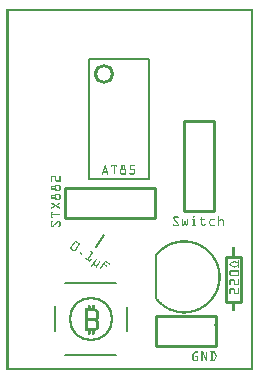
<source format=gto>
G04 MADE WITH FRITZING*
G04 WWW.FRITZING.ORG*
G04 DOUBLE SIDED*
G04 HOLES PLATED*
G04 CONTOUR ON CENTER OF CONTOUR VECTOR*
%ASAXBY*%
%FSLAX23Y23*%
%MOIN*%
%OFA0B0*%
%SFA1.0B1.0*%
%ADD10C,0.066567X0.046567*%
%ADD11C,0.148000X0.132*%
%ADD12C,0.010000*%
%ADD13C,0.008000*%
%ADD14R,0.001000X0.001000*%
%LNSILK1*%
G90*
G70*
G54D10*
X327Y987D03*
G54D11*
X283Y172D03*
G54D12*
X784Y378D02*
X784Y228D01*
D02*
X784Y228D02*
X734Y228D01*
D02*
X734Y228D02*
X734Y378D01*
D02*
X734Y378D02*
X784Y378D01*
D02*
X592Y829D02*
X592Y529D01*
D02*
X592Y529D02*
X692Y529D01*
D02*
X692Y529D02*
X692Y829D01*
D02*
X692Y829D02*
X592Y829D01*
D02*
X500Y179D02*
X500Y79D01*
D02*
X500Y79D02*
X700Y79D01*
D02*
X700Y79D02*
X700Y179D01*
G54D13*
D02*
X477Y1037D02*
X477Y637D01*
D02*
X477Y1037D02*
X317Y1037D01*
D02*
X477Y637D02*
X277Y637D01*
D02*
X277Y1037D02*
X277Y637D01*
D02*
X277Y1037D02*
X317Y1037D01*
D02*
X317Y1037D02*
X337Y1037D01*
G54D12*
D02*
X195Y506D02*
X495Y506D01*
D02*
X495Y506D02*
X495Y606D01*
D02*
X495Y606D02*
X195Y606D01*
D02*
X195Y606D02*
X195Y506D01*
G54D13*
D02*
X328Y452D02*
X300Y410D01*
D02*
X368Y292D02*
X198Y292D01*
D02*
X198Y52D02*
X368Y52D01*
D02*
X403Y211D02*
X403Y132D01*
D02*
X163Y213D02*
X163Y132D01*
G54D14*
X1Y1203D02*
X824Y1203D01*
X1Y1202D02*
X824Y1202D01*
X1Y1201D02*
X824Y1201D01*
X1Y1200D02*
X824Y1200D01*
X1Y1199D02*
X824Y1199D01*
X1Y1198D02*
X824Y1198D01*
X1Y1197D02*
X824Y1197D01*
X1Y1196D02*
X824Y1196D01*
X1Y1195D02*
X8Y1195D01*
X817Y1195D02*
X824Y1195D01*
X1Y1194D02*
X8Y1194D01*
X817Y1194D02*
X824Y1194D01*
X1Y1193D02*
X8Y1193D01*
X817Y1193D02*
X824Y1193D01*
X1Y1192D02*
X8Y1192D01*
X817Y1192D02*
X824Y1192D01*
X1Y1191D02*
X8Y1191D01*
X817Y1191D02*
X824Y1191D01*
X1Y1190D02*
X8Y1190D01*
X817Y1190D02*
X824Y1190D01*
X1Y1189D02*
X8Y1189D01*
X817Y1189D02*
X824Y1189D01*
X1Y1188D02*
X8Y1188D01*
X817Y1188D02*
X824Y1188D01*
X1Y1187D02*
X8Y1187D01*
X817Y1187D02*
X824Y1187D01*
X1Y1186D02*
X8Y1186D01*
X817Y1186D02*
X824Y1186D01*
X1Y1185D02*
X8Y1185D01*
X817Y1185D02*
X824Y1185D01*
X1Y1184D02*
X8Y1184D01*
X817Y1184D02*
X824Y1184D01*
X1Y1183D02*
X8Y1183D01*
X817Y1183D02*
X824Y1183D01*
X1Y1182D02*
X8Y1182D01*
X817Y1182D02*
X824Y1182D01*
X1Y1181D02*
X8Y1181D01*
X817Y1181D02*
X824Y1181D01*
X1Y1180D02*
X8Y1180D01*
X817Y1180D02*
X824Y1180D01*
X1Y1179D02*
X8Y1179D01*
X817Y1179D02*
X824Y1179D01*
X1Y1178D02*
X8Y1178D01*
X817Y1178D02*
X824Y1178D01*
X1Y1177D02*
X8Y1177D01*
X817Y1177D02*
X824Y1177D01*
X1Y1176D02*
X8Y1176D01*
X817Y1176D02*
X824Y1176D01*
X1Y1175D02*
X8Y1175D01*
X817Y1175D02*
X824Y1175D01*
X1Y1174D02*
X8Y1174D01*
X817Y1174D02*
X824Y1174D01*
X1Y1173D02*
X8Y1173D01*
X817Y1173D02*
X824Y1173D01*
X1Y1172D02*
X8Y1172D01*
X817Y1172D02*
X824Y1172D01*
X1Y1171D02*
X8Y1171D01*
X817Y1171D02*
X824Y1171D01*
X1Y1170D02*
X8Y1170D01*
X817Y1170D02*
X824Y1170D01*
X1Y1169D02*
X8Y1169D01*
X817Y1169D02*
X824Y1169D01*
X1Y1168D02*
X8Y1168D01*
X817Y1168D02*
X824Y1168D01*
X1Y1167D02*
X8Y1167D01*
X817Y1167D02*
X824Y1167D01*
X1Y1166D02*
X8Y1166D01*
X817Y1166D02*
X824Y1166D01*
X1Y1165D02*
X8Y1165D01*
X817Y1165D02*
X824Y1165D01*
X1Y1164D02*
X8Y1164D01*
X817Y1164D02*
X824Y1164D01*
X1Y1163D02*
X8Y1163D01*
X817Y1163D02*
X824Y1163D01*
X1Y1162D02*
X8Y1162D01*
X817Y1162D02*
X824Y1162D01*
X1Y1161D02*
X8Y1161D01*
X817Y1161D02*
X824Y1161D01*
X1Y1160D02*
X8Y1160D01*
X817Y1160D02*
X824Y1160D01*
X1Y1159D02*
X8Y1159D01*
X817Y1159D02*
X824Y1159D01*
X1Y1158D02*
X8Y1158D01*
X817Y1158D02*
X824Y1158D01*
X1Y1157D02*
X8Y1157D01*
X817Y1157D02*
X824Y1157D01*
X1Y1156D02*
X8Y1156D01*
X817Y1156D02*
X824Y1156D01*
X1Y1155D02*
X8Y1155D01*
X817Y1155D02*
X824Y1155D01*
X1Y1154D02*
X8Y1154D01*
X817Y1154D02*
X824Y1154D01*
X1Y1153D02*
X8Y1153D01*
X817Y1153D02*
X824Y1153D01*
X1Y1152D02*
X8Y1152D01*
X817Y1152D02*
X824Y1152D01*
X1Y1151D02*
X8Y1151D01*
X817Y1151D02*
X824Y1151D01*
X1Y1150D02*
X8Y1150D01*
X817Y1150D02*
X824Y1150D01*
X1Y1149D02*
X8Y1149D01*
X817Y1149D02*
X824Y1149D01*
X1Y1148D02*
X8Y1148D01*
X817Y1148D02*
X824Y1148D01*
X1Y1147D02*
X8Y1147D01*
X817Y1147D02*
X824Y1147D01*
X1Y1146D02*
X8Y1146D01*
X817Y1146D02*
X824Y1146D01*
X1Y1145D02*
X8Y1145D01*
X817Y1145D02*
X824Y1145D01*
X1Y1144D02*
X8Y1144D01*
X817Y1144D02*
X824Y1144D01*
X1Y1143D02*
X8Y1143D01*
X817Y1143D02*
X824Y1143D01*
X1Y1142D02*
X8Y1142D01*
X817Y1142D02*
X824Y1142D01*
X1Y1141D02*
X8Y1141D01*
X817Y1141D02*
X824Y1141D01*
X1Y1140D02*
X8Y1140D01*
X817Y1140D02*
X824Y1140D01*
X1Y1139D02*
X8Y1139D01*
X817Y1139D02*
X824Y1139D01*
X1Y1138D02*
X8Y1138D01*
X817Y1138D02*
X824Y1138D01*
X1Y1137D02*
X8Y1137D01*
X817Y1137D02*
X824Y1137D01*
X1Y1136D02*
X8Y1136D01*
X817Y1136D02*
X824Y1136D01*
X1Y1135D02*
X8Y1135D01*
X817Y1135D02*
X824Y1135D01*
X1Y1134D02*
X8Y1134D01*
X817Y1134D02*
X824Y1134D01*
X1Y1133D02*
X8Y1133D01*
X817Y1133D02*
X824Y1133D01*
X1Y1132D02*
X8Y1132D01*
X817Y1132D02*
X824Y1132D01*
X1Y1131D02*
X8Y1131D01*
X817Y1131D02*
X824Y1131D01*
X1Y1130D02*
X8Y1130D01*
X817Y1130D02*
X824Y1130D01*
X1Y1129D02*
X8Y1129D01*
X817Y1129D02*
X824Y1129D01*
X1Y1128D02*
X8Y1128D01*
X817Y1128D02*
X824Y1128D01*
X1Y1127D02*
X8Y1127D01*
X817Y1127D02*
X824Y1127D01*
X1Y1126D02*
X8Y1126D01*
X817Y1126D02*
X824Y1126D01*
X1Y1125D02*
X8Y1125D01*
X817Y1125D02*
X824Y1125D01*
X1Y1124D02*
X8Y1124D01*
X817Y1124D02*
X824Y1124D01*
X1Y1123D02*
X8Y1123D01*
X817Y1123D02*
X824Y1123D01*
X1Y1122D02*
X8Y1122D01*
X817Y1122D02*
X824Y1122D01*
X1Y1121D02*
X8Y1121D01*
X817Y1121D02*
X824Y1121D01*
X1Y1120D02*
X8Y1120D01*
X817Y1120D02*
X824Y1120D01*
X1Y1119D02*
X8Y1119D01*
X817Y1119D02*
X824Y1119D01*
X1Y1118D02*
X8Y1118D01*
X817Y1118D02*
X824Y1118D01*
X1Y1117D02*
X8Y1117D01*
X817Y1117D02*
X824Y1117D01*
X1Y1116D02*
X8Y1116D01*
X817Y1116D02*
X824Y1116D01*
X1Y1115D02*
X8Y1115D01*
X817Y1115D02*
X824Y1115D01*
X1Y1114D02*
X8Y1114D01*
X817Y1114D02*
X824Y1114D01*
X1Y1113D02*
X8Y1113D01*
X817Y1113D02*
X824Y1113D01*
X1Y1112D02*
X8Y1112D01*
X817Y1112D02*
X824Y1112D01*
X1Y1111D02*
X8Y1111D01*
X817Y1111D02*
X824Y1111D01*
X1Y1110D02*
X8Y1110D01*
X817Y1110D02*
X824Y1110D01*
X1Y1109D02*
X8Y1109D01*
X817Y1109D02*
X824Y1109D01*
X1Y1108D02*
X8Y1108D01*
X817Y1108D02*
X824Y1108D01*
X1Y1107D02*
X8Y1107D01*
X817Y1107D02*
X824Y1107D01*
X1Y1106D02*
X8Y1106D01*
X817Y1106D02*
X824Y1106D01*
X1Y1105D02*
X8Y1105D01*
X817Y1105D02*
X824Y1105D01*
X1Y1104D02*
X8Y1104D01*
X817Y1104D02*
X824Y1104D01*
X1Y1103D02*
X8Y1103D01*
X817Y1103D02*
X824Y1103D01*
X1Y1102D02*
X8Y1102D01*
X817Y1102D02*
X824Y1102D01*
X1Y1101D02*
X8Y1101D01*
X817Y1101D02*
X824Y1101D01*
X1Y1100D02*
X8Y1100D01*
X817Y1100D02*
X824Y1100D01*
X1Y1099D02*
X8Y1099D01*
X817Y1099D02*
X824Y1099D01*
X1Y1098D02*
X8Y1098D01*
X817Y1098D02*
X824Y1098D01*
X1Y1097D02*
X8Y1097D01*
X817Y1097D02*
X824Y1097D01*
X1Y1096D02*
X8Y1096D01*
X817Y1096D02*
X824Y1096D01*
X1Y1095D02*
X8Y1095D01*
X817Y1095D02*
X824Y1095D01*
X1Y1094D02*
X8Y1094D01*
X817Y1094D02*
X824Y1094D01*
X1Y1093D02*
X8Y1093D01*
X817Y1093D02*
X824Y1093D01*
X1Y1092D02*
X8Y1092D01*
X817Y1092D02*
X824Y1092D01*
X1Y1091D02*
X8Y1091D01*
X817Y1091D02*
X824Y1091D01*
X1Y1090D02*
X8Y1090D01*
X817Y1090D02*
X824Y1090D01*
X1Y1089D02*
X8Y1089D01*
X817Y1089D02*
X824Y1089D01*
X1Y1088D02*
X8Y1088D01*
X817Y1088D02*
X824Y1088D01*
X1Y1087D02*
X8Y1087D01*
X817Y1087D02*
X824Y1087D01*
X1Y1086D02*
X8Y1086D01*
X817Y1086D02*
X824Y1086D01*
X1Y1085D02*
X8Y1085D01*
X817Y1085D02*
X824Y1085D01*
X1Y1084D02*
X8Y1084D01*
X817Y1084D02*
X824Y1084D01*
X1Y1083D02*
X8Y1083D01*
X817Y1083D02*
X824Y1083D01*
X1Y1082D02*
X8Y1082D01*
X817Y1082D02*
X824Y1082D01*
X1Y1081D02*
X8Y1081D01*
X817Y1081D02*
X824Y1081D01*
X1Y1080D02*
X8Y1080D01*
X817Y1080D02*
X824Y1080D01*
X1Y1079D02*
X8Y1079D01*
X817Y1079D02*
X824Y1079D01*
X1Y1078D02*
X8Y1078D01*
X817Y1078D02*
X824Y1078D01*
X1Y1077D02*
X8Y1077D01*
X817Y1077D02*
X824Y1077D01*
X1Y1076D02*
X8Y1076D01*
X817Y1076D02*
X824Y1076D01*
X1Y1075D02*
X8Y1075D01*
X817Y1075D02*
X824Y1075D01*
X1Y1074D02*
X8Y1074D01*
X817Y1074D02*
X824Y1074D01*
X1Y1073D02*
X8Y1073D01*
X817Y1073D02*
X824Y1073D01*
X1Y1072D02*
X8Y1072D01*
X817Y1072D02*
X824Y1072D01*
X1Y1071D02*
X8Y1071D01*
X817Y1071D02*
X824Y1071D01*
X1Y1070D02*
X8Y1070D01*
X817Y1070D02*
X824Y1070D01*
X1Y1069D02*
X8Y1069D01*
X817Y1069D02*
X824Y1069D01*
X1Y1068D02*
X8Y1068D01*
X817Y1068D02*
X824Y1068D01*
X1Y1067D02*
X8Y1067D01*
X817Y1067D02*
X824Y1067D01*
X1Y1066D02*
X8Y1066D01*
X817Y1066D02*
X824Y1066D01*
X1Y1065D02*
X8Y1065D01*
X817Y1065D02*
X824Y1065D01*
X1Y1064D02*
X8Y1064D01*
X817Y1064D02*
X824Y1064D01*
X1Y1063D02*
X8Y1063D01*
X817Y1063D02*
X824Y1063D01*
X1Y1062D02*
X8Y1062D01*
X817Y1062D02*
X824Y1062D01*
X1Y1061D02*
X8Y1061D01*
X817Y1061D02*
X824Y1061D01*
X1Y1060D02*
X8Y1060D01*
X817Y1060D02*
X824Y1060D01*
X1Y1059D02*
X8Y1059D01*
X817Y1059D02*
X824Y1059D01*
X1Y1058D02*
X8Y1058D01*
X817Y1058D02*
X824Y1058D01*
X1Y1057D02*
X8Y1057D01*
X817Y1057D02*
X824Y1057D01*
X1Y1056D02*
X8Y1056D01*
X817Y1056D02*
X824Y1056D01*
X1Y1055D02*
X8Y1055D01*
X817Y1055D02*
X824Y1055D01*
X1Y1054D02*
X8Y1054D01*
X817Y1054D02*
X824Y1054D01*
X1Y1053D02*
X8Y1053D01*
X817Y1053D02*
X824Y1053D01*
X1Y1052D02*
X8Y1052D01*
X817Y1052D02*
X824Y1052D01*
X1Y1051D02*
X8Y1051D01*
X817Y1051D02*
X824Y1051D01*
X1Y1050D02*
X8Y1050D01*
X817Y1050D02*
X824Y1050D01*
X1Y1049D02*
X8Y1049D01*
X817Y1049D02*
X824Y1049D01*
X1Y1048D02*
X8Y1048D01*
X817Y1048D02*
X824Y1048D01*
X1Y1047D02*
X8Y1047D01*
X817Y1047D02*
X824Y1047D01*
X1Y1046D02*
X8Y1046D01*
X817Y1046D02*
X824Y1046D01*
X1Y1045D02*
X8Y1045D01*
X817Y1045D02*
X824Y1045D01*
X1Y1044D02*
X8Y1044D01*
X817Y1044D02*
X824Y1044D01*
X1Y1043D02*
X8Y1043D01*
X817Y1043D02*
X824Y1043D01*
X1Y1042D02*
X8Y1042D01*
X817Y1042D02*
X824Y1042D01*
X1Y1041D02*
X8Y1041D01*
X817Y1041D02*
X824Y1041D01*
X1Y1040D02*
X8Y1040D01*
X817Y1040D02*
X824Y1040D01*
X1Y1039D02*
X8Y1039D01*
X817Y1039D02*
X824Y1039D01*
X1Y1038D02*
X8Y1038D01*
X817Y1038D02*
X824Y1038D01*
X1Y1037D02*
X8Y1037D01*
X817Y1037D02*
X824Y1037D01*
X1Y1036D02*
X8Y1036D01*
X817Y1036D02*
X824Y1036D01*
X1Y1035D02*
X8Y1035D01*
X817Y1035D02*
X824Y1035D01*
X1Y1034D02*
X8Y1034D01*
X817Y1034D02*
X824Y1034D01*
X1Y1033D02*
X8Y1033D01*
X817Y1033D02*
X824Y1033D01*
X1Y1032D02*
X8Y1032D01*
X817Y1032D02*
X824Y1032D01*
X1Y1031D02*
X8Y1031D01*
X817Y1031D02*
X824Y1031D01*
X1Y1030D02*
X8Y1030D01*
X817Y1030D02*
X824Y1030D01*
X1Y1029D02*
X8Y1029D01*
X817Y1029D02*
X824Y1029D01*
X1Y1028D02*
X8Y1028D01*
X817Y1028D02*
X824Y1028D01*
X1Y1027D02*
X8Y1027D01*
X817Y1027D02*
X824Y1027D01*
X1Y1026D02*
X8Y1026D01*
X817Y1026D02*
X824Y1026D01*
X1Y1025D02*
X8Y1025D01*
X817Y1025D02*
X824Y1025D01*
X1Y1024D02*
X8Y1024D01*
X817Y1024D02*
X824Y1024D01*
X1Y1023D02*
X8Y1023D01*
X817Y1023D02*
X824Y1023D01*
X1Y1022D02*
X8Y1022D01*
X817Y1022D02*
X824Y1022D01*
X1Y1021D02*
X8Y1021D01*
X817Y1021D02*
X824Y1021D01*
X1Y1020D02*
X8Y1020D01*
X817Y1020D02*
X824Y1020D01*
X1Y1019D02*
X8Y1019D01*
X817Y1019D02*
X824Y1019D01*
X1Y1018D02*
X8Y1018D01*
X817Y1018D02*
X824Y1018D01*
X1Y1017D02*
X8Y1017D01*
X817Y1017D02*
X824Y1017D01*
X1Y1016D02*
X8Y1016D01*
X817Y1016D02*
X824Y1016D01*
X1Y1015D02*
X8Y1015D01*
X817Y1015D02*
X824Y1015D01*
X1Y1014D02*
X8Y1014D01*
X817Y1014D02*
X824Y1014D01*
X1Y1013D02*
X8Y1013D01*
X817Y1013D02*
X824Y1013D01*
X1Y1012D02*
X8Y1012D01*
X817Y1012D02*
X824Y1012D01*
X1Y1011D02*
X8Y1011D01*
X817Y1011D02*
X824Y1011D01*
X1Y1010D02*
X8Y1010D01*
X817Y1010D02*
X824Y1010D01*
X1Y1009D02*
X8Y1009D01*
X817Y1009D02*
X824Y1009D01*
X1Y1008D02*
X8Y1008D01*
X817Y1008D02*
X824Y1008D01*
X1Y1007D02*
X8Y1007D01*
X817Y1007D02*
X824Y1007D01*
X1Y1006D02*
X8Y1006D01*
X817Y1006D02*
X824Y1006D01*
X1Y1005D02*
X8Y1005D01*
X817Y1005D02*
X824Y1005D01*
X1Y1004D02*
X8Y1004D01*
X817Y1004D02*
X824Y1004D01*
X1Y1003D02*
X8Y1003D01*
X817Y1003D02*
X824Y1003D01*
X1Y1002D02*
X8Y1002D01*
X817Y1002D02*
X824Y1002D01*
X1Y1001D02*
X8Y1001D01*
X817Y1001D02*
X824Y1001D01*
X1Y1000D02*
X8Y1000D01*
X817Y1000D02*
X824Y1000D01*
X1Y999D02*
X8Y999D01*
X817Y999D02*
X824Y999D01*
X1Y998D02*
X8Y998D01*
X817Y998D02*
X824Y998D01*
X1Y997D02*
X8Y997D01*
X817Y997D02*
X824Y997D01*
X1Y996D02*
X8Y996D01*
X817Y996D02*
X824Y996D01*
X1Y995D02*
X8Y995D01*
X817Y995D02*
X824Y995D01*
X1Y994D02*
X8Y994D01*
X817Y994D02*
X824Y994D01*
X1Y993D02*
X8Y993D01*
X817Y993D02*
X824Y993D01*
X1Y992D02*
X8Y992D01*
X817Y992D02*
X824Y992D01*
X1Y991D02*
X8Y991D01*
X817Y991D02*
X824Y991D01*
X1Y990D02*
X8Y990D01*
X817Y990D02*
X824Y990D01*
X1Y989D02*
X8Y989D01*
X817Y989D02*
X824Y989D01*
X1Y988D02*
X8Y988D01*
X817Y988D02*
X824Y988D01*
X1Y987D02*
X8Y987D01*
X817Y987D02*
X824Y987D01*
X1Y986D02*
X8Y986D01*
X817Y986D02*
X824Y986D01*
X1Y985D02*
X8Y985D01*
X817Y985D02*
X824Y985D01*
X1Y984D02*
X8Y984D01*
X817Y984D02*
X824Y984D01*
X1Y983D02*
X8Y983D01*
X817Y983D02*
X824Y983D01*
X1Y982D02*
X8Y982D01*
X817Y982D02*
X824Y982D01*
X1Y981D02*
X8Y981D01*
X817Y981D02*
X824Y981D01*
X1Y980D02*
X8Y980D01*
X817Y980D02*
X824Y980D01*
X1Y979D02*
X8Y979D01*
X817Y979D02*
X824Y979D01*
X1Y978D02*
X8Y978D01*
X817Y978D02*
X824Y978D01*
X1Y977D02*
X8Y977D01*
X817Y977D02*
X824Y977D01*
X1Y976D02*
X8Y976D01*
X817Y976D02*
X824Y976D01*
X1Y975D02*
X8Y975D01*
X817Y975D02*
X824Y975D01*
X1Y974D02*
X8Y974D01*
X817Y974D02*
X824Y974D01*
X1Y973D02*
X8Y973D01*
X817Y973D02*
X824Y973D01*
X1Y972D02*
X8Y972D01*
X817Y972D02*
X824Y972D01*
X1Y971D02*
X8Y971D01*
X817Y971D02*
X824Y971D01*
X1Y970D02*
X8Y970D01*
X817Y970D02*
X824Y970D01*
X1Y969D02*
X8Y969D01*
X817Y969D02*
X824Y969D01*
X1Y968D02*
X8Y968D01*
X817Y968D02*
X824Y968D01*
X1Y967D02*
X8Y967D01*
X817Y967D02*
X824Y967D01*
X1Y966D02*
X8Y966D01*
X817Y966D02*
X824Y966D01*
X1Y965D02*
X8Y965D01*
X817Y965D02*
X824Y965D01*
X1Y964D02*
X8Y964D01*
X817Y964D02*
X824Y964D01*
X1Y963D02*
X8Y963D01*
X817Y963D02*
X824Y963D01*
X1Y962D02*
X8Y962D01*
X817Y962D02*
X824Y962D01*
X1Y961D02*
X8Y961D01*
X817Y961D02*
X824Y961D01*
X1Y960D02*
X8Y960D01*
X817Y960D02*
X824Y960D01*
X1Y959D02*
X8Y959D01*
X817Y959D02*
X824Y959D01*
X1Y958D02*
X8Y958D01*
X817Y958D02*
X824Y958D01*
X1Y957D02*
X8Y957D01*
X817Y957D02*
X824Y957D01*
X1Y956D02*
X8Y956D01*
X817Y956D02*
X824Y956D01*
X1Y955D02*
X8Y955D01*
X817Y955D02*
X824Y955D01*
X1Y954D02*
X8Y954D01*
X817Y954D02*
X824Y954D01*
X1Y953D02*
X8Y953D01*
X817Y953D02*
X824Y953D01*
X1Y952D02*
X8Y952D01*
X817Y952D02*
X824Y952D01*
X1Y951D02*
X8Y951D01*
X817Y951D02*
X824Y951D01*
X1Y950D02*
X8Y950D01*
X817Y950D02*
X824Y950D01*
X1Y949D02*
X8Y949D01*
X817Y949D02*
X824Y949D01*
X1Y948D02*
X8Y948D01*
X817Y948D02*
X824Y948D01*
X1Y947D02*
X8Y947D01*
X817Y947D02*
X824Y947D01*
X1Y946D02*
X8Y946D01*
X817Y946D02*
X824Y946D01*
X1Y945D02*
X8Y945D01*
X817Y945D02*
X824Y945D01*
X1Y944D02*
X8Y944D01*
X817Y944D02*
X824Y944D01*
X1Y943D02*
X8Y943D01*
X817Y943D02*
X824Y943D01*
X1Y942D02*
X8Y942D01*
X817Y942D02*
X824Y942D01*
X1Y941D02*
X8Y941D01*
X817Y941D02*
X824Y941D01*
X1Y940D02*
X8Y940D01*
X817Y940D02*
X824Y940D01*
X1Y939D02*
X8Y939D01*
X817Y939D02*
X824Y939D01*
X1Y938D02*
X8Y938D01*
X817Y938D02*
X824Y938D01*
X1Y937D02*
X8Y937D01*
X817Y937D02*
X824Y937D01*
X1Y936D02*
X8Y936D01*
X817Y936D02*
X824Y936D01*
X1Y935D02*
X8Y935D01*
X817Y935D02*
X824Y935D01*
X1Y934D02*
X8Y934D01*
X817Y934D02*
X824Y934D01*
X1Y933D02*
X8Y933D01*
X817Y933D02*
X824Y933D01*
X1Y932D02*
X8Y932D01*
X817Y932D02*
X824Y932D01*
X1Y931D02*
X8Y931D01*
X817Y931D02*
X824Y931D01*
X1Y930D02*
X8Y930D01*
X817Y930D02*
X824Y930D01*
X1Y929D02*
X8Y929D01*
X817Y929D02*
X824Y929D01*
X1Y928D02*
X8Y928D01*
X817Y928D02*
X824Y928D01*
X1Y927D02*
X8Y927D01*
X817Y927D02*
X824Y927D01*
X1Y926D02*
X8Y926D01*
X817Y926D02*
X824Y926D01*
X1Y925D02*
X8Y925D01*
X817Y925D02*
X824Y925D01*
X1Y924D02*
X8Y924D01*
X817Y924D02*
X824Y924D01*
X1Y923D02*
X8Y923D01*
X817Y923D02*
X824Y923D01*
X1Y922D02*
X8Y922D01*
X817Y922D02*
X824Y922D01*
X1Y921D02*
X8Y921D01*
X817Y921D02*
X824Y921D01*
X1Y920D02*
X8Y920D01*
X817Y920D02*
X824Y920D01*
X1Y919D02*
X8Y919D01*
X817Y919D02*
X824Y919D01*
X1Y918D02*
X8Y918D01*
X817Y918D02*
X824Y918D01*
X1Y917D02*
X8Y917D01*
X817Y917D02*
X824Y917D01*
X1Y916D02*
X8Y916D01*
X817Y916D02*
X824Y916D01*
X1Y915D02*
X8Y915D01*
X817Y915D02*
X824Y915D01*
X1Y914D02*
X8Y914D01*
X817Y914D02*
X824Y914D01*
X1Y913D02*
X8Y913D01*
X817Y913D02*
X824Y913D01*
X1Y912D02*
X8Y912D01*
X817Y912D02*
X824Y912D01*
X1Y911D02*
X8Y911D01*
X817Y911D02*
X824Y911D01*
X1Y910D02*
X8Y910D01*
X817Y910D02*
X824Y910D01*
X1Y909D02*
X8Y909D01*
X817Y909D02*
X824Y909D01*
X1Y908D02*
X8Y908D01*
X817Y908D02*
X824Y908D01*
X1Y907D02*
X8Y907D01*
X817Y907D02*
X824Y907D01*
X1Y906D02*
X8Y906D01*
X817Y906D02*
X824Y906D01*
X1Y905D02*
X8Y905D01*
X817Y905D02*
X824Y905D01*
X1Y904D02*
X8Y904D01*
X817Y904D02*
X824Y904D01*
X1Y903D02*
X8Y903D01*
X817Y903D02*
X824Y903D01*
X1Y902D02*
X8Y902D01*
X817Y902D02*
X824Y902D01*
X1Y901D02*
X8Y901D01*
X817Y901D02*
X824Y901D01*
X1Y900D02*
X8Y900D01*
X817Y900D02*
X824Y900D01*
X1Y899D02*
X8Y899D01*
X817Y899D02*
X824Y899D01*
X1Y898D02*
X8Y898D01*
X817Y898D02*
X824Y898D01*
X1Y897D02*
X8Y897D01*
X817Y897D02*
X824Y897D01*
X1Y896D02*
X8Y896D01*
X817Y896D02*
X824Y896D01*
X1Y895D02*
X8Y895D01*
X817Y895D02*
X824Y895D01*
X1Y894D02*
X8Y894D01*
X817Y894D02*
X824Y894D01*
X1Y893D02*
X8Y893D01*
X817Y893D02*
X824Y893D01*
X1Y892D02*
X8Y892D01*
X817Y892D02*
X824Y892D01*
X1Y891D02*
X8Y891D01*
X817Y891D02*
X824Y891D01*
X1Y890D02*
X8Y890D01*
X817Y890D02*
X824Y890D01*
X1Y889D02*
X8Y889D01*
X817Y889D02*
X824Y889D01*
X1Y888D02*
X8Y888D01*
X817Y888D02*
X824Y888D01*
X1Y887D02*
X8Y887D01*
X817Y887D02*
X824Y887D01*
X1Y886D02*
X8Y886D01*
X817Y886D02*
X824Y886D01*
X1Y885D02*
X8Y885D01*
X817Y885D02*
X824Y885D01*
X1Y884D02*
X8Y884D01*
X817Y884D02*
X824Y884D01*
X1Y883D02*
X8Y883D01*
X817Y883D02*
X824Y883D01*
X1Y882D02*
X8Y882D01*
X817Y882D02*
X824Y882D01*
X1Y881D02*
X8Y881D01*
X817Y881D02*
X824Y881D01*
X1Y880D02*
X8Y880D01*
X817Y880D02*
X824Y880D01*
X1Y879D02*
X8Y879D01*
X817Y879D02*
X824Y879D01*
X1Y878D02*
X8Y878D01*
X817Y878D02*
X824Y878D01*
X1Y877D02*
X8Y877D01*
X817Y877D02*
X824Y877D01*
X1Y876D02*
X8Y876D01*
X817Y876D02*
X824Y876D01*
X1Y875D02*
X8Y875D01*
X817Y875D02*
X824Y875D01*
X1Y874D02*
X8Y874D01*
X817Y874D02*
X824Y874D01*
X1Y873D02*
X8Y873D01*
X817Y873D02*
X824Y873D01*
X1Y872D02*
X8Y872D01*
X817Y872D02*
X824Y872D01*
X1Y871D02*
X8Y871D01*
X817Y871D02*
X824Y871D01*
X1Y870D02*
X8Y870D01*
X817Y870D02*
X824Y870D01*
X1Y869D02*
X8Y869D01*
X817Y869D02*
X824Y869D01*
X1Y868D02*
X8Y868D01*
X817Y868D02*
X824Y868D01*
X1Y867D02*
X8Y867D01*
X817Y867D02*
X824Y867D01*
X1Y866D02*
X8Y866D01*
X817Y866D02*
X824Y866D01*
X1Y865D02*
X8Y865D01*
X817Y865D02*
X824Y865D01*
X1Y864D02*
X8Y864D01*
X817Y864D02*
X824Y864D01*
X1Y863D02*
X8Y863D01*
X817Y863D02*
X824Y863D01*
X1Y862D02*
X8Y862D01*
X817Y862D02*
X824Y862D01*
X1Y861D02*
X8Y861D01*
X817Y861D02*
X824Y861D01*
X1Y860D02*
X8Y860D01*
X817Y860D02*
X824Y860D01*
X1Y859D02*
X8Y859D01*
X817Y859D02*
X824Y859D01*
X1Y858D02*
X8Y858D01*
X817Y858D02*
X824Y858D01*
X1Y857D02*
X8Y857D01*
X817Y857D02*
X824Y857D01*
X1Y856D02*
X8Y856D01*
X817Y856D02*
X824Y856D01*
X1Y855D02*
X8Y855D01*
X817Y855D02*
X824Y855D01*
X1Y854D02*
X8Y854D01*
X817Y854D02*
X824Y854D01*
X1Y853D02*
X8Y853D01*
X817Y853D02*
X824Y853D01*
X1Y852D02*
X8Y852D01*
X817Y852D02*
X824Y852D01*
X1Y851D02*
X8Y851D01*
X817Y851D02*
X824Y851D01*
X1Y850D02*
X8Y850D01*
X817Y850D02*
X824Y850D01*
X1Y849D02*
X8Y849D01*
X817Y849D02*
X824Y849D01*
X1Y848D02*
X8Y848D01*
X817Y848D02*
X824Y848D01*
X1Y847D02*
X8Y847D01*
X817Y847D02*
X824Y847D01*
X1Y846D02*
X8Y846D01*
X817Y846D02*
X824Y846D01*
X1Y845D02*
X8Y845D01*
X817Y845D02*
X824Y845D01*
X1Y844D02*
X8Y844D01*
X817Y844D02*
X824Y844D01*
X1Y843D02*
X8Y843D01*
X817Y843D02*
X824Y843D01*
X1Y842D02*
X8Y842D01*
X817Y842D02*
X824Y842D01*
X1Y841D02*
X8Y841D01*
X817Y841D02*
X824Y841D01*
X1Y840D02*
X8Y840D01*
X817Y840D02*
X824Y840D01*
X1Y839D02*
X8Y839D01*
X817Y839D02*
X824Y839D01*
X1Y838D02*
X8Y838D01*
X817Y838D02*
X824Y838D01*
X1Y837D02*
X8Y837D01*
X817Y837D02*
X824Y837D01*
X1Y836D02*
X8Y836D01*
X817Y836D02*
X824Y836D01*
X1Y835D02*
X8Y835D01*
X817Y835D02*
X824Y835D01*
X1Y834D02*
X8Y834D01*
X817Y834D02*
X824Y834D01*
X1Y833D02*
X8Y833D01*
X817Y833D02*
X824Y833D01*
X1Y832D02*
X8Y832D01*
X817Y832D02*
X824Y832D01*
X1Y831D02*
X8Y831D01*
X817Y831D02*
X824Y831D01*
X1Y830D02*
X8Y830D01*
X625Y830D02*
X625Y830D01*
X817Y830D02*
X824Y830D01*
X1Y829D02*
X8Y829D01*
X624Y829D02*
X626Y829D01*
X817Y829D02*
X824Y829D01*
X1Y828D02*
X8Y828D01*
X623Y828D02*
X627Y828D01*
X817Y828D02*
X824Y828D01*
X1Y827D02*
X8Y827D01*
X622Y827D02*
X628Y827D01*
X817Y827D02*
X824Y827D01*
X1Y826D02*
X8Y826D01*
X621Y826D02*
X627Y826D01*
X817Y826D02*
X824Y826D01*
X1Y825D02*
X8Y825D01*
X620Y825D02*
X626Y825D01*
X817Y825D02*
X824Y825D01*
X1Y824D02*
X8Y824D01*
X619Y824D02*
X625Y824D01*
X817Y824D02*
X824Y824D01*
X1Y823D02*
X8Y823D01*
X618Y823D02*
X624Y823D01*
X817Y823D02*
X824Y823D01*
X1Y822D02*
X8Y822D01*
X817Y822D02*
X824Y822D01*
X1Y821D02*
X8Y821D01*
X817Y821D02*
X824Y821D01*
X1Y820D02*
X8Y820D01*
X817Y820D02*
X824Y820D01*
X1Y819D02*
X8Y819D01*
X817Y819D02*
X824Y819D01*
X1Y818D02*
X8Y818D01*
X817Y818D02*
X824Y818D01*
X1Y817D02*
X8Y817D01*
X817Y817D02*
X824Y817D01*
X1Y816D02*
X8Y816D01*
X817Y816D02*
X824Y816D01*
X1Y815D02*
X8Y815D01*
X817Y815D02*
X824Y815D01*
X1Y814D02*
X8Y814D01*
X817Y814D02*
X824Y814D01*
X1Y813D02*
X8Y813D01*
X817Y813D02*
X824Y813D01*
X1Y812D02*
X8Y812D01*
X817Y812D02*
X824Y812D01*
X1Y811D02*
X8Y811D01*
X817Y811D02*
X824Y811D01*
X1Y810D02*
X8Y810D01*
X817Y810D02*
X824Y810D01*
X1Y809D02*
X8Y809D01*
X817Y809D02*
X824Y809D01*
X1Y808D02*
X8Y808D01*
X817Y808D02*
X824Y808D01*
X1Y807D02*
X8Y807D01*
X817Y807D02*
X824Y807D01*
X1Y806D02*
X8Y806D01*
X817Y806D02*
X824Y806D01*
X1Y805D02*
X8Y805D01*
X817Y805D02*
X824Y805D01*
X1Y804D02*
X8Y804D01*
X817Y804D02*
X824Y804D01*
X1Y803D02*
X8Y803D01*
X817Y803D02*
X824Y803D01*
X1Y802D02*
X8Y802D01*
X597Y802D02*
X597Y802D01*
X817Y802D02*
X824Y802D01*
X1Y801D02*
X8Y801D01*
X596Y801D02*
X597Y801D01*
X817Y801D02*
X824Y801D01*
X1Y800D02*
X8Y800D01*
X595Y800D02*
X597Y800D01*
X817Y800D02*
X824Y800D01*
X1Y799D02*
X8Y799D01*
X594Y799D02*
X597Y799D01*
X817Y799D02*
X824Y799D01*
X1Y798D02*
X8Y798D01*
X593Y798D02*
X597Y798D01*
X817Y798D02*
X824Y798D01*
X1Y797D02*
X8Y797D01*
X592Y797D02*
X597Y797D01*
X817Y797D02*
X824Y797D01*
X1Y796D02*
X8Y796D01*
X591Y796D02*
X597Y796D01*
X817Y796D02*
X824Y796D01*
X1Y795D02*
X8Y795D01*
X591Y795D02*
X596Y795D01*
X817Y795D02*
X824Y795D01*
X1Y794D02*
X8Y794D01*
X592Y794D02*
X595Y794D01*
X817Y794D02*
X824Y794D01*
X1Y793D02*
X8Y793D01*
X593Y793D02*
X594Y793D01*
X817Y793D02*
X824Y793D01*
X1Y792D02*
X8Y792D01*
X817Y792D02*
X824Y792D01*
X1Y791D02*
X8Y791D01*
X817Y791D02*
X824Y791D01*
X1Y790D02*
X8Y790D01*
X817Y790D02*
X824Y790D01*
X1Y789D02*
X8Y789D01*
X817Y789D02*
X824Y789D01*
X1Y788D02*
X8Y788D01*
X817Y788D02*
X824Y788D01*
X1Y787D02*
X8Y787D01*
X817Y787D02*
X824Y787D01*
X1Y786D02*
X8Y786D01*
X817Y786D02*
X824Y786D01*
X1Y785D02*
X8Y785D01*
X817Y785D02*
X824Y785D01*
X1Y784D02*
X8Y784D01*
X817Y784D02*
X824Y784D01*
X1Y783D02*
X8Y783D01*
X817Y783D02*
X824Y783D01*
X1Y782D02*
X8Y782D01*
X817Y782D02*
X824Y782D01*
X1Y781D02*
X8Y781D01*
X817Y781D02*
X824Y781D01*
X1Y780D02*
X8Y780D01*
X817Y780D02*
X824Y780D01*
X1Y779D02*
X8Y779D01*
X817Y779D02*
X824Y779D01*
X1Y778D02*
X8Y778D01*
X817Y778D02*
X824Y778D01*
X1Y777D02*
X8Y777D01*
X817Y777D02*
X824Y777D01*
X1Y776D02*
X8Y776D01*
X817Y776D02*
X824Y776D01*
X1Y775D02*
X8Y775D01*
X817Y775D02*
X824Y775D01*
X1Y774D02*
X8Y774D01*
X817Y774D02*
X824Y774D01*
X1Y773D02*
X8Y773D01*
X817Y773D02*
X824Y773D01*
X1Y772D02*
X8Y772D01*
X817Y772D02*
X824Y772D01*
X1Y771D02*
X8Y771D01*
X817Y771D02*
X824Y771D01*
X1Y770D02*
X8Y770D01*
X817Y770D02*
X824Y770D01*
X1Y769D02*
X8Y769D01*
X817Y769D02*
X824Y769D01*
X1Y768D02*
X8Y768D01*
X817Y768D02*
X824Y768D01*
X1Y767D02*
X8Y767D01*
X817Y767D02*
X824Y767D01*
X1Y766D02*
X8Y766D01*
X817Y766D02*
X824Y766D01*
X1Y765D02*
X8Y765D01*
X817Y765D02*
X824Y765D01*
X1Y764D02*
X8Y764D01*
X817Y764D02*
X824Y764D01*
X1Y763D02*
X8Y763D01*
X817Y763D02*
X824Y763D01*
X1Y762D02*
X8Y762D01*
X817Y762D02*
X824Y762D01*
X1Y761D02*
X8Y761D01*
X817Y761D02*
X824Y761D01*
X1Y760D02*
X8Y760D01*
X817Y760D02*
X824Y760D01*
X1Y759D02*
X8Y759D01*
X817Y759D02*
X824Y759D01*
X1Y758D02*
X8Y758D01*
X817Y758D02*
X824Y758D01*
X1Y757D02*
X8Y757D01*
X817Y757D02*
X824Y757D01*
X1Y756D02*
X8Y756D01*
X817Y756D02*
X824Y756D01*
X1Y755D02*
X8Y755D01*
X817Y755D02*
X824Y755D01*
X1Y754D02*
X8Y754D01*
X817Y754D02*
X824Y754D01*
X1Y753D02*
X8Y753D01*
X817Y753D02*
X824Y753D01*
X1Y752D02*
X8Y752D01*
X817Y752D02*
X824Y752D01*
X1Y751D02*
X8Y751D01*
X817Y751D02*
X824Y751D01*
X1Y750D02*
X8Y750D01*
X817Y750D02*
X824Y750D01*
X1Y749D02*
X8Y749D01*
X817Y749D02*
X824Y749D01*
X1Y748D02*
X8Y748D01*
X817Y748D02*
X824Y748D01*
X1Y747D02*
X8Y747D01*
X817Y747D02*
X824Y747D01*
X1Y746D02*
X8Y746D01*
X817Y746D02*
X824Y746D01*
X1Y745D02*
X8Y745D01*
X817Y745D02*
X824Y745D01*
X1Y744D02*
X8Y744D01*
X817Y744D02*
X824Y744D01*
X1Y743D02*
X8Y743D01*
X817Y743D02*
X824Y743D01*
X1Y742D02*
X8Y742D01*
X817Y742D02*
X824Y742D01*
X1Y741D02*
X8Y741D01*
X817Y741D02*
X824Y741D01*
X1Y740D02*
X8Y740D01*
X817Y740D02*
X824Y740D01*
X1Y739D02*
X8Y739D01*
X817Y739D02*
X824Y739D01*
X1Y738D02*
X8Y738D01*
X817Y738D02*
X824Y738D01*
X1Y737D02*
X8Y737D01*
X817Y737D02*
X824Y737D01*
X1Y736D02*
X8Y736D01*
X817Y736D02*
X824Y736D01*
X1Y735D02*
X8Y735D01*
X817Y735D02*
X824Y735D01*
X1Y734D02*
X8Y734D01*
X817Y734D02*
X824Y734D01*
X1Y733D02*
X8Y733D01*
X817Y733D02*
X824Y733D01*
X1Y732D02*
X8Y732D01*
X817Y732D02*
X824Y732D01*
X1Y731D02*
X8Y731D01*
X817Y731D02*
X824Y731D01*
X1Y730D02*
X8Y730D01*
X817Y730D02*
X824Y730D01*
X1Y729D02*
X8Y729D01*
X817Y729D02*
X824Y729D01*
X1Y728D02*
X8Y728D01*
X817Y728D02*
X824Y728D01*
X1Y727D02*
X8Y727D01*
X817Y727D02*
X824Y727D01*
X1Y726D02*
X8Y726D01*
X817Y726D02*
X824Y726D01*
X1Y725D02*
X8Y725D01*
X817Y725D02*
X824Y725D01*
X1Y724D02*
X8Y724D01*
X817Y724D02*
X824Y724D01*
X1Y723D02*
X8Y723D01*
X817Y723D02*
X824Y723D01*
X1Y722D02*
X8Y722D01*
X817Y722D02*
X824Y722D01*
X1Y721D02*
X8Y721D01*
X817Y721D02*
X824Y721D01*
X1Y720D02*
X8Y720D01*
X817Y720D02*
X824Y720D01*
X1Y719D02*
X8Y719D01*
X817Y719D02*
X824Y719D01*
X1Y718D02*
X8Y718D01*
X817Y718D02*
X824Y718D01*
X1Y717D02*
X8Y717D01*
X817Y717D02*
X824Y717D01*
X1Y716D02*
X8Y716D01*
X817Y716D02*
X824Y716D01*
X1Y715D02*
X8Y715D01*
X817Y715D02*
X824Y715D01*
X1Y714D02*
X8Y714D01*
X817Y714D02*
X824Y714D01*
X1Y713D02*
X8Y713D01*
X817Y713D02*
X824Y713D01*
X1Y712D02*
X8Y712D01*
X817Y712D02*
X824Y712D01*
X1Y711D02*
X8Y711D01*
X817Y711D02*
X824Y711D01*
X1Y710D02*
X8Y710D01*
X817Y710D02*
X824Y710D01*
X1Y709D02*
X8Y709D01*
X817Y709D02*
X824Y709D01*
X1Y708D02*
X8Y708D01*
X817Y708D02*
X824Y708D01*
X1Y707D02*
X8Y707D01*
X817Y707D02*
X824Y707D01*
X1Y706D02*
X8Y706D01*
X817Y706D02*
X824Y706D01*
X1Y705D02*
X8Y705D01*
X817Y705D02*
X824Y705D01*
X1Y704D02*
X8Y704D01*
X817Y704D02*
X824Y704D01*
X1Y703D02*
X8Y703D01*
X817Y703D02*
X824Y703D01*
X1Y702D02*
X8Y702D01*
X817Y702D02*
X824Y702D01*
X1Y701D02*
X8Y701D01*
X817Y701D02*
X824Y701D01*
X1Y700D02*
X8Y700D01*
X817Y700D02*
X824Y700D01*
X1Y699D02*
X8Y699D01*
X817Y699D02*
X824Y699D01*
X1Y698D02*
X8Y698D01*
X817Y698D02*
X824Y698D01*
X1Y697D02*
X8Y697D01*
X817Y697D02*
X824Y697D01*
X1Y696D02*
X8Y696D01*
X817Y696D02*
X824Y696D01*
X1Y695D02*
X8Y695D01*
X817Y695D02*
X824Y695D01*
X1Y694D02*
X8Y694D01*
X817Y694D02*
X824Y694D01*
X1Y693D02*
X8Y693D01*
X817Y693D02*
X824Y693D01*
X1Y692D02*
X8Y692D01*
X817Y692D02*
X824Y692D01*
X1Y691D02*
X8Y691D01*
X817Y691D02*
X824Y691D01*
X1Y690D02*
X8Y690D01*
X817Y690D02*
X824Y690D01*
X1Y689D02*
X8Y689D01*
X817Y689D02*
X824Y689D01*
X1Y688D02*
X8Y688D01*
X817Y688D02*
X824Y688D01*
X1Y687D02*
X8Y687D01*
X817Y687D02*
X824Y687D01*
X1Y686D02*
X8Y686D01*
X817Y686D02*
X824Y686D01*
X1Y685D02*
X8Y685D01*
X817Y685D02*
X824Y685D01*
X1Y684D02*
X8Y684D01*
X352Y684D02*
X369Y684D01*
X386Y684D02*
X395Y684D01*
X415Y684D02*
X428Y684D01*
X817Y684D02*
X824Y684D01*
X1Y683D02*
X8Y683D01*
X329Y683D02*
X332Y683D01*
X351Y683D02*
X371Y683D01*
X385Y683D02*
X396Y683D01*
X414Y683D02*
X430Y683D01*
X817Y683D02*
X824Y683D01*
X1Y682D02*
X8Y682D01*
X329Y682D02*
X332Y682D01*
X350Y682D02*
X371Y682D01*
X385Y682D02*
X397Y682D01*
X414Y682D02*
X430Y682D01*
X817Y682D02*
X824Y682D01*
X1Y681D02*
X8Y681D01*
X329Y681D02*
X332Y681D01*
X350Y681D02*
X371Y681D01*
X385Y681D02*
X397Y681D01*
X414Y681D02*
X430Y681D01*
X817Y681D02*
X824Y681D01*
X1Y680D02*
X8Y680D01*
X328Y680D02*
X333Y680D01*
X350Y680D02*
X371Y680D01*
X385Y680D02*
X397Y680D01*
X414Y680D02*
X428Y680D01*
X817Y680D02*
X824Y680D01*
X1Y679D02*
X8Y679D01*
X328Y679D02*
X333Y679D01*
X350Y679D02*
X353Y679D01*
X359Y679D02*
X362Y679D01*
X368Y679D02*
X371Y679D01*
X385Y679D02*
X388Y679D01*
X394Y679D02*
X397Y679D01*
X414Y679D02*
X417Y679D01*
X817Y679D02*
X824Y679D01*
X1Y678D02*
X8Y678D01*
X328Y678D02*
X333Y678D01*
X350Y678D02*
X353Y678D01*
X359Y678D02*
X362Y678D01*
X368Y678D02*
X371Y678D01*
X385Y678D02*
X388Y678D01*
X394Y678D02*
X397Y678D01*
X414Y678D02*
X417Y678D01*
X817Y678D02*
X824Y678D01*
X1Y677D02*
X8Y677D01*
X327Y677D02*
X334Y677D01*
X351Y677D02*
X353Y677D01*
X359Y677D02*
X362Y677D01*
X368Y677D02*
X370Y677D01*
X385Y677D02*
X388Y677D01*
X394Y677D02*
X397Y677D01*
X414Y677D02*
X417Y677D01*
X817Y677D02*
X824Y677D01*
X1Y676D02*
X8Y676D01*
X327Y676D02*
X334Y676D01*
X359Y676D02*
X362Y676D01*
X385Y676D02*
X388Y676D01*
X394Y676D02*
X397Y676D01*
X414Y676D02*
X417Y676D01*
X817Y676D02*
X824Y676D01*
X1Y675D02*
X8Y675D01*
X327Y675D02*
X334Y675D01*
X359Y675D02*
X362Y675D01*
X385Y675D02*
X388Y675D01*
X394Y675D02*
X397Y675D01*
X414Y675D02*
X417Y675D01*
X817Y675D02*
X824Y675D01*
X1Y674D02*
X8Y674D01*
X326Y674D02*
X335Y674D01*
X359Y674D02*
X362Y674D01*
X385Y674D02*
X388Y674D01*
X394Y674D02*
X397Y674D01*
X414Y674D02*
X417Y674D01*
X817Y674D02*
X824Y674D01*
X1Y673D02*
X8Y673D01*
X326Y673D02*
X335Y673D01*
X359Y673D02*
X362Y673D01*
X385Y673D02*
X388Y673D01*
X394Y673D02*
X397Y673D01*
X414Y673D02*
X417Y673D01*
X817Y673D02*
X824Y673D01*
X1Y672D02*
X8Y672D01*
X326Y672D02*
X329Y672D01*
X332Y672D02*
X335Y672D01*
X359Y672D02*
X362Y672D01*
X385Y672D02*
X388Y672D01*
X394Y672D02*
X397Y672D01*
X414Y672D02*
X417Y672D01*
X817Y672D02*
X824Y672D01*
X1Y671D02*
X8Y671D01*
X326Y671D02*
X329Y671D01*
X332Y671D02*
X335Y671D01*
X359Y671D02*
X362Y671D01*
X385Y671D02*
X388Y671D01*
X394Y671D02*
X397Y671D01*
X414Y671D02*
X417Y671D01*
X817Y671D02*
X824Y671D01*
X1Y670D02*
X8Y670D01*
X325Y670D02*
X329Y670D01*
X332Y670D02*
X336Y670D01*
X359Y670D02*
X362Y670D01*
X384Y670D02*
X388Y670D01*
X393Y670D02*
X397Y670D01*
X414Y670D02*
X418Y670D01*
X817Y670D02*
X824Y670D01*
X1Y669D02*
X8Y669D01*
X325Y669D02*
X328Y669D01*
X333Y669D02*
X336Y669D01*
X359Y669D02*
X362Y669D01*
X382Y669D02*
X399Y669D01*
X414Y669D02*
X428Y669D01*
X817Y669D02*
X824Y669D01*
X1Y668D02*
X8Y668D01*
X325Y668D02*
X328Y668D01*
X333Y668D02*
X336Y668D01*
X359Y668D02*
X362Y668D01*
X381Y668D02*
X400Y668D01*
X414Y668D02*
X429Y668D01*
X817Y668D02*
X824Y668D01*
X1Y667D02*
X8Y667D01*
X324Y667D02*
X328Y667D01*
X333Y667D02*
X337Y667D01*
X359Y667D02*
X362Y667D01*
X381Y667D02*
X400Y667D01*
X414Y667D02*
X430Y667D01*
X817Y667D02*
X824Y667D01*
X1Y666D02*
X8Y666D01*
X324Y666D02*
X328Y666D01*
X333Y666D02*
X337Y666D01*
X359Y666D02*
X362Y666D01*
X381Y666D02*
X401Y666D01*
X414Y666D02*
X430Y666D01*
X817Y666D02*
X824Y666D01*
X1Y665D02*
X8Y665D01*
X324Y665D02*
X327Y665D01*
X334Y665D02*
X337Y665D01*
X359Y665D02*
X362Y665D01*
X381Y665D02*
X384Y665D01*
X397Y665D02*
X401Y665D01*
X427Y665D02*
X430Y665D01*
X817Y665D02*
X824Y665D01*
X1Y664D02*
X8Y664D01*
X324Y664D02*
X327Y664D01*
X334Y664D02*
X337Y664D01*
X359Y664D02*
X362Y664D01*
X381Y664D02*
X384Y664D01*
X397Y664D02*
X401Y664D01*
X427Y664D02*
X430Y664D01*
X817Y664D02*
X824Y664D01*
X1Y663D02*
X8Y663D01*
X323Y663D02*
X327Y663D01*
X334Y663D02*
X338Y663D01*
X359Y663D02*
X362Y663D01*
X381Y663D02*
X384Y663D01*
X397Y663D02*
X401Y663D01*
X427Y663D02*
X430Y663D01*
X817Y663D02*
X824Y663D01*
X1Y662D02*
X8Y662D01*
X323Y662D02*
X338Y662D01*
X359Y662D02*
X362Y662D01*
X381Y662D02*
X384Y662D01*
X397Y662D02*
X401Y662D01*
X427Y662D02*
X430Y662D01*
X817Y662D02*
X824Y662D01*
X1Y661D02*
X8Y661D01*
X323Y661D02*
X338Y661D01*
X359Y661D02*
X362Y661D01*
X381Y661D02*
X384Y661D01*
X397Y661D02*
X401Y661D01*
X427Y661D02*
X430Y661D01*
X817Y661D02*
X824Y661D01*
X1Y660D02*
X8Y660D01*
X322Y660D02*
X339Y660D01*
X359Y660D02*
X362Y660D01*
X381Y660D02*
X384Y660D01*
X397Y660D02*
X401Y660D01*
X427Y660D02*
X430Y660D01*
X817Y660D02*
X824Y660D01*
X1Y659D02*
X8Y659D01*
X322Y659D02*
X339Y659D01*
X359Y659D02*
X362Y659D01*
X381Y659D02*
X384Y659D01*
X397Y659D02*
X401Y659D01*
X427Y659D02*
X430Y659D01*
X817Y659D02*
X824Y659D01*
X1Y658D02*
X8Y658D01*
X322Y658D02*
X325Y658D01*
X336Y658D02*
X339Y658D01*
X359Y658D02*
X362Y658D01*
X381Y658D02*
X384Y658D01*
X397Y658D02*
X401Y658D01*
X427Y658D02*
X430Y658D01*
X817Y658D02*
X824Y658D01*
X1Y657D02*
X8Y657D01*
X321Y657D02*
X325Y657D01*
X336Y657D02*
X340Y657D01*
X359Y657D02*
X362Y657D01*
X381Y657D02*
X384Y657D01*
X397Y657D02*
X401Y657D01*
X427Y657D02*
X430Y657D01*
X817Y657D02*
X824Y657D01*
X1Y656D02*
X8Y656D01*
X321Y656D02*
X325Y656D01*
X336Y656D02*
X340Y656D01*
X359Y656D02*
X362Y656D01*
X381Y656D02*
X384Y656D01*
X397Y656D02*
X401Y656D01*
X412Y656D02*
X415Y656D01*
X426Y656D02*
X430Y656D01*
X817Y656D02*
X824Y656D01*
X1Y655D02*
X8Y655D01*
X321Y655D02*
X324Y655D01*
X337Y655D02*
X340Y655D01*
X359Y655D02*
X362Y655D01*
X381Y655D02*
X400Y655D01*
X412Y655D02*
X430Y655D01*
X817Y655D02*
X824Y655D01*
X1Y654D02*
X8Y654D01*
X321Y654D02*
X324Y654D01*
X337Y654D02*
X340Y654D01*
X359Y654D02*
X362Y654D01*
X381Y654D02*
X400Y654D01*
X412Y654D02*
X429Y654D01*
X817Y654D02*
X824Y654D01*
X1Y653D02*
X8Y653D01*
X321Y653D02*
X324Y653D01*
X337Y653D02*
X340Y653D01*
X359Y653D02*
X362Y653D01*
X382Y653D02*
X399Y653D01*
X413Y653D02*
X429Y653D01*
X817Y653D02*
X824Y653D01*
X1Y652D02*
X8Y652D01*
X322Y652D02*
X323Y652D01*
X338Y652D02*
X339Y652D01*
X360Y652D02*
X361Y652D01*
X383Y652D02*
X398Y652D01*
X415Y652D02*
X427Y652D01*
X817Y652D02*
X824Y652D01*
X1Y651D02*
X8Y651D01*
X817Y651D02*
X824Y651D01*
X1Y650D02*
X8Y650D01*
X817Y650D02*
X824Y650D01*
X1Y649D02*
X8Y649D01*
X817Y649D02*
X824Y649D01*
X1Y648D02*
X8Y648D01*
X152Y648D02*
X165Y648D01*
X179Y648D02*
X181Y648D01*
X817Y648D02*
X824Y648D01*
X1Y647D02*
X8Y647D01*
X151Y647D02*
X166Y647D01*
X179Y647D02*
X182Y647D01*
X817Y647D02*
X824Y647D01*
X1Y646D02*
X8Y646D01*
X151Y646D02*
X167Y646D01*
X178Y646D02*
X182Y646D01*
X817Y646D02*
X824Y646D01*
X1Y645D02*
X8Y645D01*
X150Y645D02*
X167Y645D01*
X178Y645D02*
X182Y645D01*
X817Y645D02*
X824Y645D01*
X1Y644D02*
X8Y644D01*
X150Y644D02*
X153Y644D01*
X164Y644D02*
X167Y644D01*
X178Y644D02*
X182Y644D01*
X817Y644D02*
X824Y644D01*
X1Y643D02*
X8Y643D01*
X150Y643D02*
X153Y643D01*
X164Y643D02*
X167Y643D01*
X178Y643D02*
X182Y643D01*
X817Y643D02*
X824Y643D01*
X1Y642D02*
X8Y642D01*
X150Y642D02*
X153Y642D01*
X164Y642D02*
X167Y642D01*
X178Y642D02*
X182Y642D01*
X817Y642D02*
X824Y642D01*
X1Y641D02*
X8Y641D01*
X150Y641D02*
X153Y641D01*
X164Y641D02*
X167Y641D01*
X178Y641D02*
X182Y641D01*
X817Y641D02*
X824Y641D01*
X1Y640D02*
X8Y640D01*
X150Y640D02*
X153Y640D01*
X164Y640D02*
X167Y640D01*
X178Y640D02*
X182Y640D01*
X817Y640D02*
X824Y640D01*
X1Y639D02*
X8Y639D01*
X150Y639D02*
X153Y639D01*
X164Y639D02*
X167Y639D01*
X178Y639D02*
X182Y639D01*
X817Y639D02*
X824Y639D01*
X1Y638D02*
X8Y638D01*
X150Y638D02*
X153Y638D01*
X164Y638D02*
X167Y638D01*
X178Y638D02*
X182Y638D01*
X817Y638D02*
X824Y638D01*
X1Y637D02*
X8Y637D01*
X150Y637D02*
X153Y637D01*
X164Y637D02*
X167Y637D01*
X178Y637D02*
X182Y637D01*
X817Y637D02*
X824Y637D01*
X1Y636D02*
X8Y636D01*
X150Y636D02*
X153Y636D01*
X164Y636D02*
X167Y636D01*
X178Y636D02*
X182Y636D01*
X817Y636D02*
X824Y636D01*
X1Y635D02*
X8Y635D01*
X150Y635D02*
X153Y635D01*
X164Y635D02*
X167Y635D01*
X178Y635D02*
X182Y635D01*
X817Y635D02*
X824Y635D01*
X1Y634D02*
X8Y634D01*
X150Y634D02*
X153Y634D01*
X164Y634D02*
X167Y634D01*
X178Y634D02*
X182Y634D01*
X817Y634D02*
X824Y634D01*
X1Y633D02*
X8Y633D01*
X150Y633D02*
X153Y633D01*
X164Y633D02*
X167Y633D01*
X178Y633D02*
X182Y633D01*
X817Y633D02*
X824Y633D01*
X1Y632D02*
X8Y632D01*
X150Y632D02*
X153Y632D01*
X164Y632D02*
X182Y632D01*
X817Y632D02*
X824Y632D01*
X1Y631D02*
X8Y631D01*
X150Y631D02*
X153Y631D01*
X165Y631D02*
X182Y631D01*
X817Y631D02*
X824Y631D01*
X1Y630D02*
X8Y630D01*
X150Y630D02*
X153Y630D01*
X165Y630D02*
X182Y630D01*
X817Y630D02*
X824Y630D01*
X1Y629D02*
X8Y629D01*
X150Y629D02*
X153Y629D01*
X166Y629D02*
X182Y629D01*
X817Y629D02*
X824Y629D01*
X1Y628D02*
X8Y628D01*
X152Y628D02*
X152Y628D01*
X168Y628D02*
X181Y628D01*
X817Y628D02*
X824Y628D01*
X1Y627D02*
X8Y627D01*
X817Y627D02*
X824Y627D01*
X1Y626D02*
X8Y626D01*
X817Y626D02*
X824Y626D01*
X1Y625D02*
X8Y625D01*
X817Y625D02*
X824Y625D01*
X1Y624D02*
X8Y624D01*
X817Y624D02*
X824Y624D01*
X1Y623D02*
X8Y623D01*
X817Y623D02*
X824Y623D01*
X1Y622D02*
X8Y622D01*
X817Y622D02*
X824Y622D01*
X1Y621D02*
X8Y621D01*
X817Y621D02*
X824Y621D01*
X1Y620D02*
X8Y620D01*
X817Y620D02*
X824Y620D01*
X1Y619D02*
X8Y619D01*
X817Y619D02*
X824Y619D01*
X1Y618D02*
X8Y618D01*
X166Y618D02*
X179Y618D01*
X817Y618D02*
X824Y618D01*
X1Y617D02*
X8Y617D01*
X165Y617D02*
X181Y617D01*
X817Y617D02*
X824Y617D01*
X1Y616D02*
X8Y616D01*
X165Y616D02*
X181Y616D01*
X817Y616D02*
X824Y616D01*
X1Y615D02*
X8Y615D01*
X164Y615D02*
X181Y615D01*
X817Y615D02*
X824Y615D01*
X1Y614D02*
X8Y614D01*
X151Y614D02*
X168Y614D01*
X178Y614D02*
X182Y614D01*
X817Y614D02*
X824Y614D01*
X1Y613D02*
X8Y613D01*
X150Y613D02*
X167Y613D01*
X178Y613D02*
X182Y613D01*
X817Y613D02*
X824Y613D01*
X1Y612D02*
X8Y612D01*
X150Y612D02*
X167Y612D01*
X178Y612D02*
X182Y612D01*
X817Y612D02*
X824Y612D01*
X1Y611D02*
X8Y611D01*
X150Y611D02*
X167Y611D01*
X178Y611D02*
X182Y611D01*
X817Y611D02*
X824Y611D01*
X1Y610D02*
X8Y610D01*
X150Y610D02*
X153Y610D01*
X164Y610D02*
X167Y610D01*
X178Y610D02*
X182Y610D01*
X817Y610D02*
X824Y610D01*
X1Y609D02*
X8Y609D01*
X150Y609D02*
X153Y609D01*
X164Y609D02*
X167Y609D01*
X178Y609D02*
X182Y609D01*
X817Y609D02*
X824Y609D01*
X1Y608D02*
X8Y608D01*
X150Y608D02*
X153Y608D01*
X164Y608D02*
X167Y608D01*
X178Y608D02*
X182Y608D01*
X817Y608D02*
X824Y608D01*
X1Y607D02*
X8Y607D01*
X150Y607D02*
X153Y607D01*
X164Y607D02*
X167Y607D01*
X178Y607D02*
X182Y607D01*
X817Y607D02*
X824Y607D01*
X1Y606D02*
X8Y606D01*
X150Y606D02*
X153Y606D01*
X164Y606D02*
X167Y606D01*
X178Y606D02*
X182Y606D01*
X817Y606D02*
X824Y606D01*
X1Y605D02*
X8Y605D01*
X150Y605D02*
X167Y605D01*
X178Y605D02*
X182Y605D01*
X817Y605D02*
X824Y605D01*
X1Y604D02*
X8Y604D01*
X150Y604D02*
X167Y604D01*
X178Y604D02*
X182Y604D01*
X817Y604D02*
X824Y604D01*
X1Y603D02*
X8Y603D01*
X150Y603D02*
X167Y603D01*
X178Y603D02*
X182Y603D01*
X817Y603D02*
X824Y603D01*
X1Y602D02*
X8Y602D01*
X151Y602D02*
X168Y602D01*
X178Y602D02*
X182Y602D01*
X817Y602D02*
X824Y602D01*
X1Y601D02*
X8Y601D01*
X164Y601D02*
X181Y601D01*
X817Y601D02*
X824Y601D01*
X1Y600D02*
X8Y600D01*
X165Y600D02*
X181Y600D01*
X817Y600D02*
X824Y600D01*
X1Y599D02*
X8Y599D01*
X165Y599D02*
X180Y599D01*
X817Y599D02*
X824Y599D01*
X1Y598D02*
X8Y598D01*
X167Y598D02*
X178Y598D01*
X817Y598D02*
X824Y598D01*
X1Y597D02*
X8Y597D01*
X817Y597D02*
X824Y597D01*
X1Y596D02*
X8Y596D01*
X817Y596D02*
X824Y596D01*
X1Y595D02*
X8Y595D01*
X817Y595D02*
X824Y595D01*
X1Y594D02*
X8Y594D01*
X817Y594D02*
X824Y594D01*
X1Y593D02*
X8Y593D01*
X817Y593D02*
X824Y593D01*
X1Y592D02*
X8Y592D01*
X817Y592D02*
X824Y592D01*
X1Y591D02*
X8Y591D01*
X817Y591D02*
X824Y591D01*
X1Y590D02*
X8Y590D01*
X817Y590D02*
X824Y590D01*
X1Y589D02*
X8Y589D01*
X817Y589D02*
X824Y589D01*
X1Y588D02*
X8Y588D01*
X167Y588D02*
X179Y588D01*
X817Y588D02*
X824Y588D01*
X1Y587D02*
X8Y587D01*
X165Y587D02*
X180Y587D01*
X817Y587D02*
X824Y587D01*
X1Y586D02*
X8Y586D01*
X165Y586D02*
X181Y586D01*
X817Y586D02*
X824Y586D01*
X1Y585D02*
X8Y585D01*
X164Y585D02*
X181Y585D01*
X817Y585D02*
X824Y585D01*
X1Y584D02*
X8Y584D01*
X151Y584D02*
X168Y584D01*
X178Y584D02*
X182Y584D01*
X817Y584D02*
X824Y584D01*
X1Y583D02*
X8Y583D01*
X150Y583D02*
X167Y583D01*
X178Y583D02*
X182Y583D01*
X817Y583D02*
X824Y583D01*
X1Y582D02*
X8Y582D01*
X150Y582D02*
X167Y582D01*
X178Y582D02*
X182Y582D01*
X817Y582D02*
X824Y582D01*
X1Y581D02*
X8Y581D01*
X150Y581D02*
X167Y581D01*
X178Y581D02*
X182Y581D01*
X817Y581D02*
X824Y581D01*
X1Y580D02*
X8Y580D01*
X150Y580D02*
X153Y580D01*
X164Y580D02*
X167Y580D01*
X178Y580D02*
X182Y580D01*
X817Y580D02*
X824Y580D01*
X1Y579D02*
X8Y579D01*
X150Y579D02*
X153Y579D01*
X164Y579D02*
X167Y579D01*
X178Y579D02*
X182Y579D01*
X817Y579D02*
X824Y579D01*
X1Y578D02*
X8Y578D01*
X150Y578D02*
X153Y578D01*
X164Y578D02*
X167Y578D01*
X178Y578D02*
X182Y578D01*
X817Y578D02*
X824Y578D01*
X1Y577D02*
X8Y577D01*
X150Y577D02*
X153Y577D01*
X164Y577D02*
X167Y577D01*
X178Y577D02*
X182Y577D01*
X817Y577D02*
X824Y577D01*
X1Y576D02*
X8Y576D01*
X150Y576D02*
X153Y576D01*
X164Y576D02*
X167Y576D01*
X178Y576D02*
X182Y576D01*
X817Y576D02*
X824Y576D01*
X1Y575D02*
X8Y575D01*
X150Y575D02*
X167Y575D01*
X178Y575D02*
X182Y575D01*
X817Y575D02*
X824Y575D01*
X1Y574D02*
X8Y574D01*
X150Y574D02*
X167Y574D01*
X178Y574D02*
X182Y574D01*
X817Y574D02*
X824Y574D01*
X1Y573D02*
X8Y573D01*
X150Y573D02*
X167Y573D01*
X178Y573D02*
X182Y573D01*
X817Y573D02*
X824Y573D01*
X1Y572D02*
X8Y572D01*
X151Y572D02*
X168Y572D01*
X178Y572D02*
X182Y572D01*
X817Y572D02*
X824Y572D01*
X1Y571D02*
X8Y571D01*
X164Y571D02*
X181Y571D01*
X817Y571D02*
X824Y571D01*
X1Y570D02*
X8Y570D01*
X165Y570D02*
X181Y570D01*
X817Y570D02*
X824Y570D01*
X1Y569D02*
X8Y569D01*
X165Y569D02*
X180Y569D01*
X817Y569D02*
X824Y569D01*
X1Y568D02*
X8Y568D01*
X167Y568D02*
X179Y568D01*
X817Y568D02*
X824Y568D01*
X1Y567D02*
X8Y567D01*
X817Y567D02*
X824Y567D01*
X1Y566D02*
X8Y566D01*
X817Y566D02*
X824Y566D01*
X1Y565D02*
X8Y565D01*
X817Y565D02*
X824Y565D01*
X1Y564D02*
X8Y564D01*
X817Y564D02*
X824Y564D01*
X1Y563D02*
X8Y563D01*
X817Y563D02*
X824Y563D01*
X1Y562D02*
X8Y562D01*
X817Y562D02*
X824Y562D01*
X1Y561D02*
X8Y561D01*
X817Y561D02*
X824Y561D01*
X1Y560D02*
X8Y560D01*
X817Y560D02*
X824Y560D01*
X1Y559D02*
X8Y559D01*
X817Y559D02*
X824Y559D01*
X1Y558D02*
X8Y558D01*
X151Y558D02*
X152Y558D01*
X179Y558D02*
X181Y558D01*
X817Y558D02*
X824Y558D01*
X1Y557D02*
X8Y557D01*
X150Y557D02*
X154Y557D01*
X178Y557D02*
X181Y557D01*
X817Y557D02*
X824Y557D01*
X1Y556D02*
X8Y556D01*
X150Y556D02*
X156Y556D01*
X176Y556D02*
X182Y556D01*
X817Y556D02*
X824Y556D01*
X1Y555D02*
X8Y555D01*
X151Y555D02*
X158Y555D01*
X174Y555D02*
X181Y555D01*
X817Y555D02*
X824Y555D01*
X1Y554D02*
X8Y554D01*
X152Y554D02*
X159Y554D01*
X173Y554D02*
X180Y554D01*
X817Y554D02*
X824Y554D01*
X1Y553D02*
X8Y553D01*
X154Y553D02*
X161Y553D01*
X171Y553D02*
X178Y553D01*
X817Y553D02*
X824Y553D01*
X1Y552D02*
X8Y552D01*
X155Y552D02*
X163Y552D01*
X169Y552D02*
X176Y552D01*
X817Y552D02*
X824Y552D01*
X1Y551D02*
X8Y551D01*
X157Y551D02*
X164Y551D01*
X167Y551D02*
X175Y551D01*
X817Y551D02*
X824Y551D01*
X1Y550D02*
X8Y550D01*
X159Y550D02*
X173Y550D01*
X817Y550D02*
X824Y550D01*
X1Y549D02*
X8Y549D01*
X160Y549D02*
X171Y549D01*
X817Y549D02*
X824Y549D01*
X1Y548D02*
X8Y548D01*
X162Y548D02*
X170Y548D01*
X817Y548D02*
X824Y548D01*
X1Y547D02*
X8Y547D01*
X160Y547D02*
X171Y547D01*
X817Y547D02*
X824Y547D01*
X1Y546D02*
X8Y546D01*
X159Y546D02*
X173Y546D01*
X817Y546D02*
X824Y546D01*
X1Y545D02*
X8Y545D01*
X157Y545D02*
X164Y545D01*
X167Y545D02*
X175Y545D01*
X817Y545D02*
X824Y545D01*
X1Y544D02*
X8Y544D01*
X155Y544D02*
X163Y544D01*
X169Y544D02*
X176Y544D01*
X817Y544D02*
X824Y544D01*
X1Y543D02*
X8Y543D01*
X154Y543D02*
X161Y543D01*
X171Y543D02*
X178Y543D01*
X817Y543D02*
X824Y543D01*
X1Y542D02*
X8Y542D01*
X152Y542D02*
X159Y542D01*
X172Y542D02*
X180Y542D01*
X197Y542D02*
X197Y542D01*
X817Y542D02*
X824Y542D01*
X1Y541D02*
X8Y541D01*
X151Y541D02*
X158Y541D01*
X174Y541D02*
X181Y541D01*
X196Y541D02*
X198Y541D01*
X817Y541D02*
X824Y541D01*
X1Y540D02*
X8Y540D01*
X150Y540D02*
X156Y540D01*
X176Y540D02*
X182Y540D01*
X195Y540D02*
X199Y540D01*
X817Y540D02*
X824Y540D01*
X1Y539D02*
X8Y539D01*
X150Y539D02*
X154Y539D01*
X178Y539D02*
X181Y539D01*
X194Y539D02*
X200Y539D01*
X817Y539D02*
X824Y539D01*
X1Y538D02*
X8Y538D01*
X151Y538D02*
X152Y538D01*
X179Y538D02*
X181Y538D01*
X195Y538D02*
X201Y538D01*
X817Y538D02*
X824Y538D01*
X1Y537D02*
X8Y537D01*
X196Y537D02*
X201Y537D01*
X817Y537D02*
X824Y537D01*
X1Y536D02*
X8Y536D01*
X197Y536D02*
X201Y536D01*
X817Y536D02*
X824Y536D01*
X1Y535D02*
X8Y535D01*
X198Y535D02*
X201Y535D01*
X817Y535D02*
X824Y535D01*
X1Y534D02*
X8Y534D01*
X199Y534D02*
X201Y534D01*
X817Y534D02*
X824Y534D01*
X1Y533D02*
X8Y533D01*
X200Y533D02*
X201Y533D01*
X817Y533D02*
X824Y533D01*
X1Y532D02*
X8Y532D01*
X201Y532D02*
X201Y532D01*
X817Y532D02*
X824Y532D01*
X1Y531D02*
X8Y531D01*
X817Y531D02*
X824Y531D01*
X1Y530D02*
X8Y530D01*
X817Y530D02*
X824Y530D01*
X1Y529D02*
X8Y529D01*
X817Y529D02*
X824Y529D01*
X1Y528D02*
X8Y528D01*
X151Y528D02*
X156Y528D01*
X817Y528D02*
X824Y528D01*
X1Y527D02*
X8Y527D01*
X150Y527D02*
X157Y527D01*
X817Y527D02*
X824Y527D01*
X1Y526D02*
X8Y526D01*
X150Y526D02*
X157Y526D01*
X817Y526D02*
X824Y526D01*
X1Y525D02*
X8Y525D01*
X150Y525D02*
X156Y525D01*
X817Y525D02*
X824Y525D01*
X1Y524D02*
X8Y524D01*
X150Y524D02*
X153Y524D01*
X817Y524D02*
X824Y524D01*
X1Y523D02*
X8Y523D01*
X150Y523D02*
X153Y523D01*
X817Y523D02*
X824Y523D01*
X1Y522D02*
X8Y522D01*
X150Y522D02*
X153Y522D01*
X817Y522D02*
X824Y522D01*
X1Y521D02*
X8Y521D01*
X150Y521D02*
X153Y521D01*
X817Y521D02*
X824Y521D01*
X1Y520D02*
X8Y520D01*
X150Y520D02*
X154Y520D01*
X817Y520D02*
X824Y520D01*
X1Y519D02*
X8Y519D01*
X150Y519D02*
X181Y519D01*
X817Y519D02*
X824Y519D01*
X1Y518D02*
X8Y518D01*
X150Y518D02*
X182Y518D01*
X817Y518D02*
X824Y518D01*
X1Y517D02*
X8Y517D01*
X150Y517D02*
X181Y517D01*
X817Y517D02*
X824Y517D01*
X1Y516D02*
X8Y516D01*
X150Y516D02*
X180Y516D01*
X817Y516D02*
X824Y516D01*
X1Y515D02*
X8Y515D01*
X150Y515D02*
X153Y515D01*
X817Y515D02*
X824Y515D01*
X1Y514D02*
X8Y514D01*
X150Y514D02*
X153Y514D01*
X624Y514D02*
X627Y514D01*
X817Y514D02*
X824Y514D01*
X1Y513D02*
X8Y513D01*
X150Y513D02*
X153Y513D01*
X623Y513D02*
X628Y513D01*
X817Y513D02*
X824Y513D01*
X1Y512D02*
X8Y512D01*
X150Y512D02*
X153Y512D01*
X559Y512D02*
X573Y512D01*
X623Y512D02*
X628Y512D01*
X707Y512D02*
X709Y512D01*
X817Y512D02*
X824Y512D01*
X1Y511D02*
X8Y511D01*
X150Y511D02*
X156Y511D01*
X222Y511D02*
X228Y511D01*
X558Y511D02*
X574Y511D01*
X623Y511D02*
X628Y511D01*
X707Y511D02*
X710Y511D01*
X817Y511D02*
X824Y511D01*
X1Y510D02*
X8Y510D01*
X150Y510D02*
X157Y510D01*
X223Y510D02*
X229Y510D01*
X557Y510D02*
X575Y510D01*
X623Y510D02*
X628Y510D01*
X651Y510D02*
X653Y510D01*
X707Y510D02*
X710Y510D01*
X817Y510D02*
X824Y510D01*
X1Y509D02*
X8Y509D01*
X150Y509D02*
X157Y509D01*
X224Y509D02*
X230Y509D01*
X556Y509D02*
X576Y509D01*
X623Y509D02*
X627Y509D01*
X651Y509D02*
X654Y509D01*
X707Y509D02*
X710Y509D01*
X817Y509D02*
X824Y509D01*
X1Y508D02*
X8Y508D01*
X151Y508D02*
X156Y508D01*
X225Y508D02*
X231Y508D01*
X556Y508D02*
X560Y508D01*
X572Y508D02*
X576Y508D01*
X651Y508D02*
X654Y508D01*
X707Y508D02*
X710Y508D01*
X817Y508D02*
X824Y508D01*
X1Y507D02*
X8Y507D01*
X226Y507D02*
X231Y507D01*
X556Y507D02*
X560Y507D01*
X573Y507D02*
X576Y507D01*
X651Y507D02*
X654Y507D01*
X707Y507D02*
X710Y507D01*
X817Y507D02*
X824Y507D01*
X1Y506D02*
X8Y506D01*
X227Y506D02*
X230Y506D01*
X557Y506D02*
X561Y506D01*
X573Y506D02*
X576Y506D01*
X651Y506D02*
X654Y506D01*
X707Y506D02*
X710Y506D01*
X817Y506D02*
X824Y506D01*
X1Y505D02*
X8Y505D01*
X228Y505D02*
X229Y505D01*
X557Y505D02*
X562Y505D01*
X574Y505D02*
X574Y505D01*
X651Y505D02*
X654Y505D01*
X707Y505D02*
X710Y505D01*
X817Y505D02*
X824Y505D01*
X1Y504D02*
X8Y504D01*
X558Y504D02*
X562Y504D01*
X650Y504D02*
X654Y504D01*
X707Y504D02*
X710Y504D01*
X817Y504D02*
X824Y504D01*
X1Y503D02*
X8Y503D01*
X559Y503D02*
X563Y503D01*
X586Y503D02*
X589Y503D01*
X604Y503D02*
X606Y503D01*
X619Y503D02*
X627Y503D01*
X647Y503D02*
X662Y503D01*
X683Y503D02*
X696Y503D01*
X707Y503D02*
X710Y503D01*
X715Y503D02*
X723Y503D01*
X817Y503D02*
X824Y503D01*
X1Y502D02*
X8Y502D01*
X560Y502D02*
X564Y502D01*
X586Y502D02*
X589Y502D01*
X603Y502D02*
X606Y502D01*
X619Y502D02*
X628Y502D01*
X647Y502D02*
X663Y502D01*
X682Y502D02*
X696Y502D01*
X707Y502D02*
X710Y502D01*
X714Y502D02*
X724Y502D01*
X817Y502D02*
X824Y502D01*
X1Y501D02*
X8Y501D01*
X560Y501D02*
X565Y501D01*
X586Y501D02*
X589Y501D01*
X603Y501D02*
X606Y501D01*
X619Y501D02*
X628Y501D01*
X647Y501D02*
X663Y501D01*
X681Y501D02*
X696Y501D01*
X707Y501D02*
X710Y501D01*
X712Y501D02*
X725Y501D01*
X817Y501D02*
X824Y501D01*
X1Y500D02*
X8Y500D01*
X561Y500D02*
X565Y500D01*
X586Y500D02*
X589Y500D01*
X603Y500D02*
X606Y500D01*
X619Y500D02*
X628Y500D01*
X648Y500D02*
X662Y500D01*
X680Y500D02*
X695Y500D01*
X707Y500D02*
X725Y500D01*
X817Y500D02*
X824Y500D01*
X1Y499D02*
X8Y499D01*
X562Y499D02*
X566Y499D01*
X586Y499D02*
X589Y499D01*
X603Y499D02*
X606Y499D01*
X625Y499D02*
X628Y499D01*
X651Y499D02*
X654Y499D01*
X679Y499D02*
X684Y499D01*
X707Y499D02*
X716Y499D01*
X722Y499D02*
X726Y499D01*
X817Y499D02*
X824Y499D01*
X1Y498D02*
X8Y498D01*
X155Y498D02*
X155Y498D01*
X177Y498D02*
X178Y498D01*
X563Y498D02*
X567Y498D01*
X586Y498D02*
X589Y498D01*
X603Y498D02*
X606Y498D01*
X625Y498D02*
X628Y498D01*
X651Y498D02*
X654Y498D01*
X678Y498D02*
X683Y498D01*
X707Y498D02*
X714Y498D01*
X723Y498D02*
X726Y498D01*
X817Y498D02*
X824Y498D01*
X1Y497D02*
X8Y497D01*
X153Y497D02*
X157Y497D01*
X175Y497D02*
X180Y497D01*
X563Y497D02*
X568Y497D01*
X586Y497D02*
X589Y497D01*
X603Y497D02*
X606Y497D01*
X625Y497D02*
X628Y497D01*
X651Y497D02*
X654Y497D01*
X677Y497D02*
X682Y497D01*
X707Y497D02*
X713Y497D01*
X723Y497D02*
X726Y497D01*
X817Y497D02*
X824Y497D01*
X1Y496D02*
X8Y496D01*
X151Y496D02*
X157Y496D01*
X174Y496D02*
X181Y496D01*
X564Y496D02*
X569Y496D01*
X586Y496D02*
X589Y496D01*
X595Y496D02*
X597Y496D01*
X603Y496D02*
X606Y496D01*
X625Y496D02*
X628Y496D01*
X651Y496D02*
X654Y496D01*
X677Y496D02*
X681Y496D01*
X707Y496D02*
X711Y496D01*
X723Y496D02*
X726Y496D01*
X817Y496D02*
X824Y496D01*
X1Y495D02*
X8Y495D01*
X151Y495D02*
X157Y495D01*
X172Y495D02*
X181Y495D01*
X565Y495D02*
X569Y495D01*
X586Y495D02*
X589Y495D01*
X595Y495D02*
X598Y495D01*
X603Y495D02*
X606Y495D01*
X625Y495D02*
X628Y495D01*
X651Y495D02*
X654Y495D01*
X677Y495D02*
X680Y495D01*
X707Y495D02*
X710Y495D01*
X723Y495D02*
X726Y495D01*
X817Y495D02*
X824Y495D01*
X1Y494D02*
X8Y494D01*
X150Y494D02*
X155Y494D01*
X171Y494D02*
X182Y494D01*
X566Y494D02*
X570Y494D01*
X586Y494D02*
X589Y494D01*
X595Y494D02*
X598Y494D01*
X603Y494D02*
X606Y494D01*
X625Y494D02*
X628Y494D01*
X651Y494D02*
X654Y494D01*
X677Y494D02*
X680Y494D01*
X707Y494D02*
X710Y494D01*
X723Y494D02*
X726Y494D01*
X817Y494D02*
X824Y494D01*
X1Y493D02*
X8Y493D01*
X150Y493D02*
X153Y493D01*
X170Y493D02*
X176Y493D01*
X178Y493D02*
X182Y493D01*
X567Y493D02*
X571Y493D01*
X586Y493D02*
X589Y493D01*
X595Y493D02*
X598Y493D01*
X603Y493D02*
X606Y493D01*
X625Y493D02*
X628Y493D01*
X651Y493D02*
X654Y493D01*
X677Y493D02*
X680Y493D01*
X707Y493D02*
X710Y493D01*
X723Y493D02*
X726Y493D01*
X817Y493D02*
X824Y493D01*
X1Y492D02*
X8Y492D01*
X150Y492D02*
X153Y492D01*
X168Y492D02*
X174Y492D01*
X178Y492D02*
X182Y492D01*
X567Y492D02*
X572Y492D01*
X586Y492D02*
X589Y492D01*
X595Y492D02*
X598Y492D01*
X603Y492D02*
X606Y492D01*
X625Y492D02*
X628Y492D01*
X651Y492D02*
X654Y492D01*
X677Y492D02*
X680Y492D01*
X707Y492D02*
X710Y492D01*
X723Y492D02*
X726Y492D01*
X817Y492D02*
X824Y492D01*
X1Y491D02*
X8Y491D01*
X150Y491D02*
X153Y491D01*
X167Y491D02*
X173Y491D01*
X178Y491D02*
X182Y491D01*
X568Y491D02*
X572Y491D01*
X586Y491D02*
X589Y491D01*
X595Y491D02*
X598Y491D01*
X603Y491D02*
X606Y491D01*
X625Y491D02*
X628Y491D01*
X651Y491D02*
X654Y491D01*
X677Y491D02*
X680Y491D01*
X707Y491D02*
X710Y491D01*
X723Y491D02*
X726Y491D01*
X817Y491D02*
X824Y491D01*
X1Y490D02*
X8Y490D01*
X150Y490D02*
X153Y490D01*
X166Y490D02*
X172Y490D01*
X178Y490D02*
X182Y490D01*
X569Y490D02*
X573Y490D01*
X586Y490D02*
X590Y490D01*
X595Y490D02*
X598Y490D01*
X603Y490D02*
X606Y490D01*
X625Y490D02*
X628Y490D01*
X651Y490D02*
X654Y490D01*
X677Y490D02*
X680Y490D01*
X707Y490D02*
X710Y490D01*
X723Y490D02*
X726Y490D01*
X817Y490D02*
X824Y490D01*
X1Y489D02*
X8Y489D01*
X150Y489D02*
X153Y489D01*
X165Y489D02*
X171Y489D01*
X178Y489D02*
X182Y489D01*
X570Y489D02*
X574Y489D01*
X586Y489D02*
X590Y489D01*
X594Y489D02*
X598Y489D01*
X603Y489D02*
X606Y489D01*
X625Y489D02*
X628Y489D01*
X651Y489D02*
X654Y489D01*
X677Y489D02*
X680Y489D01*
X707Y489D02*
X710Y489D01*
X723Y489D02*
X726Y489D01*
X817Y489D02*
X824Y489D01*
X1Y488D02*
X8Y488D01*
X150Y488D02*
X153Y488D01*
X163Y488D02*
X169Y488D01*
X178Y488D02*
X182Y488D01*
X570Y488D02*
X575Y488D01*
X587Y488D02*
X590Y488D01*
X594Y488D02*
X599Y488D01*
X602Y488D02*
X606Y488D01*
X625Y488D02*
X628Y488D01*
X651Y488D02*
X654Y488D01*
X677Y488D02*
X681Y488D01*
X707Y488D02*
X710Y488D01*
X723Y488D02*
X726Y488D01*
X817Y488D02*
X824Y488D01*
X1Y487D02*
X8Y487D01*
X150Y487D02*
X153Y487D01*
X162Y487D02*
X168Y487D01*
X178Y487D02*
X182Y487D01*
X557Y487D02*
X559Y487D01*
X571Y487D02*
X575Y487D01*
X587Y487D02*
X590Y487D01*
X593Y487D02*
X599Y487D01*
X602Y487D02*
X606Y487D01*
X625Y487D02*
X628Y487D01*
X651Y487D02*
X654Y487D01*
X664Y487D02*
X666Y487D01*
X677Y487D02*
X682Y487D01*
X707Y487D02*
X710Y487D01*
X723Y487D02*
X726Y487D01*
X817Y487D02*
X824Y487D01*
X1Y486D02*
X8Y486D01*
X150Y486D02*
X153Y486D01*
X161Y486D02*
X167Y486D01*
X178Y486D02*
X182Y486D01*
X556Y486D02*
X559Y486D01*
X572Y486D02*
X576Y486D01*
X587Y486D02*
X600Y486D01*
X602Y486D02*
X605Y486D01*
X625Y486D02*
X628Y486D01*
X651Y486D02*
X654Y486D01*
X663Y486D02*
X666Y486D01*
X678Y486D02*
X683Y486D01*
X707Y486D02*
X710Y486D01*
X723Y486D02*
X726Y486D01*
X817Y486D02*
X824Y486D01*
X1Y485D02*
X8Y485D01*
X150Y485D02*
X153Y485D01*
X159Y485D02*
X165Y485D01*
X178Y485D02*
X182Y485D01*
X556Y485D02*
X560Y485D01*
X573Y485D02*
X576Y485D01*
X588Y485D02*
X605Y485D01*
X625Y485D02*
X628Y485D01*
X651Y485D02*
X655Y485D01*
X662Y485D02*
X666Y485D01*
X679Y485D02*
X684Y485D01*
X707Y485D02*
X710Y485D01*
X723Y485D02*
X726Y485D01*
X817Y485D02*
X824Y485D01*
X1Y484D02*
X8Y484D01*
X150Y484D02*
X153Y484D01*
X158Y484D02*
X164Y484D01*
X178Y484D02*
X182Y484D01*
X557Y484D02*
X576Y484D01*
X588Y484D02*
X595Y484D01*
X597Y484D02*
X605Y484D01*
X620Y484D02*
X633Y484D01*
X651Y484D02*
X666Y484D01*
X680Y484D02*
X695Y484D01*
X707Y484D02*
X710Y484D01*
X723Y484D02*
X726Y484D01*
X817Y484D02*
X824Y484D01*
X1Y483D02*
X8Y483D01*
X150Y483D02*
X153Y483D01*
X157Y483D02*
X163Y483D01*
X178Y483D02*
X182Y483D01*
X557Y483D02*
X576Y483D01*
X588Y483D02*
X594Y483D01*
X598Y483D02*
X604Y483D01*
X619Y483D02*
X634Y483D01*
X652Y483D02*
X665Y483D01*
X681Y483D02*
X696Y483D01*
X707Y483D02*
X710Y483D01*
X723Y483D02*
X726Y483D01*
X817Y483D02*
X824Y483D01*
X1Y482D02*
X8Y482D01*
X150Y482D02*
X153Y482D01*
X156Y482D02*
X161Y482D01*
X178Y482D02*
X182Y482D01*
X558Y482D02*
X575Y482D01*
X588Y482D02*
X594Y482D01*
X599Y482D02*
X604Y482D01*
X619Y482D02*
X634Y482D01*
X653Y482D02*
X664Y482D01*
X682Y482D02*
X696Y482D01*
X707Y482D02*
X710Y482D01*
X723Y482D02*
X726Y482D01*
X817Y482D02*
X824Y482D01*
X1Y481D02*
X8Y481D01*
X150Y481D02*
X160Y481D01*
X176Y481D02*
X181Y481D01*
X559Y481D02*
X574Y481D01*
X589Y481D02*
X593Y481D01*
X599Y481D02*
X604Y481D01*
X619Y481D02*
X634Y481D01*
X654Y481D02*
X663Y481D01*
X684Y481D02*
X696Y481D01*
X707Y481D02*
X709Y481D01*
X724Y481D02*
X726Y481D01*
X817Y481D02*
X824Y481D01*
X1Y480D02*
X8Y480D01*
X151Y480D02*
X159Y480D01*
X175Y480D02*
X181Y480D01*
X817Y480D02*
X824Y480D01*
X1Y479D02*
X8Y479D01*
X151Y479D02*
X158Y479D01*
X175Y479D02*
X180Y479D01*
X817Y479D02*
X824Y479D01*
X1Y478D02*
X8Y478D01*
X153Y478D02*
X156Y478D01*
X176Y478D02*
X178Y478D01*
X817Y478D02*
X824Y478D01*
X1Y477D02*
X8Y477D01*
X817Y477D02*
X824Y477D01*
X1Y476D02*
X8Y476D01*
X817Y476D02*
X824Y476D01*
X1Y475D02*
X8Y475D01*
X817Y475D02*
X824Y475D01*
X1Y474D02*
X8Y474D01*
X817Y474D02*
X824Y474D01*
X1Y473D02*
X8Y473D01*
X817Y473D02*
X824Y473D01*
X1Y472D02*
X8Y472D01*
X817Y472D02*
X824Y472D01*
X1Y471D02*
X8Y471D01*
X817Y471D02*
X824Y471D01*
X1Y470D02*
X8Y470D01*
X817Y470D02*
X824Y470D01*
X1Y469D02*
X8Y469D01*
X817Y469D02*
X824Y469D01*
X1Y468D02*
X8Y468D01*
X817Y468D02*
X824Y468D01*
X1Y467D02*
X8Y467D01*
X817Y467D02*
X824Y467D01*
X1Y466D02*
X8Y466D01*
X817Y466D02*
X824Y466D01*
X1Y465D02*
X8Y465D01*
X817Y465D02*
X824Y465D01*
X1Y464D02*
X8Y464D01*
X817Y464D02*
X824Y464D01*
X1Y463D02*
X8Y463D01*
X817Y463D02*
X824Y463D01*
X1Y462D02*
X8Y462D01*
X817Y462D02*
X824Y462D01*
X1Y461D02*
X8Y461D01*
X817Y461D02*
X824Y461D01*
X1Y460D02*
X8Y460D01*
X817Y460D02*
X824Y460D01*
X1Y459D02*
X8Y459D01*
X817Y459D02*
X824Y459D01*
X1Y458D02*
X8Y458D01*
X817Y458D02*
X824Y458D01*
X1Y457D02*
X8Y457D01*
X817Y457D02*
X824Y457D01*
X1Y456D02*
X8Y456D01*
X817Y456D02*
X824Y456D01*
X1Y455D02*
X8Y455D01*
X817Y455D02*
X824Y455D01*
X1Y454D02*
X8Y454D01*
X817Y454D02*
X824Y454D01*
X1Y453D02*
X8Y453D01*
X817Y453D02*
X824Y453D01*
X1Y452D02*
X8Y452D01*
X817Y452D02*
X824Y452D01*
X1Y451D02*
X8Y451D01*
X817Y451D02*
X824Y451D01*
X1Y450D02*
X8Y450D01*
X817Y450D02*
X824Y450D01*
X1Y449D02*
X8Y449D01*
X817Y449D02*
X824Y449D01*
X1Y448D02*
X8Y448D01*
X817Y448D02*
X824Y448D01*
X1Y447D02*
X8Y447D01*
X817Y447D02*
X824Y447D01*
X1Y446D02*
X8Y446D01*
X817Y446D02*
X824Y446D01*
X1Y445D02*
X8Y445D01*
X817Y445D02*
X824Y445D01*
X1Y444D02*
X8Y444D01*
X817Y444D02*
X824Y444D01*
X1Y443D02*
X8Y443D01*
X817Y443D02*
X824Y443D01*
X1Y442D02*
X8Y442D01*
X817Y442D02*
X824Y442D01*
X1Y441D02*
X8Y441D01*
X817Y441D02*
X824Y441D01*
X1Y440D02*
X8Y440D01*
X817Y440D02*
X824Y440D01*
X1Y439D02*
X8Y439D01*
X817Y439D02*
X824Y439D01*
X1Y438D02*
X8Y438D01*
X817Y438D02*
X824Y438D01*
X1Y437D02*
X8Y437D01*
X817Y437D02*
X824Y437D01*
X1Y436D02*
X8Y436D01*
X817Y436D02*
X824Y436D01*
X1Y435D02*
X8Y435D01*
X817Y435D02*
X824Y435D01*
X1Y434D02*
X8Y434D01*
X817Y434D02*
X824Y434D01*
X1Y433D02*
X8Y433D01*
X817Y433D02*
X824Y433D01*
X1Y432D02*
X8Y432D01*
X582Y432D02*
X605Y432D01*
X817Y432D02*
X824Y432D01*
X1Y431D02*
X8Y431D01*
X574Y431D02*
X613Y431D01*
X817Y431D02*
X824Y431D01*
X1Y430D02*
X8Y430D01*
X230Y430D02*
X233Y430D01*
X569Y430D02*
X618Y430D01*
X817Y430D02*
X824Y430D01*
X1Y429D02*
X8Y429D01*
X229Y429D02*
X235Y429D01*
X565Y429D02*
X622Y429D01*
X817Y429D02*
X824Y429D01*
X1Y428D02*
X8Y428D01*
X228Y428D02*
X236Y428D01*
X561Y428D02*
X626Y428D01*
X817Y428D02*
X824Y428D01*
X1Y427D02*
X8Y427D01*
X227Y427D02*
X238Y427D01*
X558Y427D02*
X630Y427D01*
X817Y427D02*
X824Y427D01*
X1Y426D02*
X8Y426D01*
X227Y426D02*
X231Y426D01*
X233Y426D02*
X239Y426D01*
X555Y426D02*
X633Y426D01*
X817Y426D02*
X824Y426D01*
X1Y425D02*
X8Y425D01*
X226Y425D02*
X230Y425D01*
X234Y425D02*
X241Y425D01*
X552Y425D02*
X635Y425D01*
X817Y425D02*
X824Y425D01*
X1Y424D02*
X8Y424D01*
X225Y424D02*
X229Y424D01*
X236Y424D02*
X242Y424D01*
X549Y424D02*
X580Y424D01*
X608Y424D02*
X638Y424D01*
X817Y424D02*
X824Y424D01*
X1Y423D02*
X8Y423D01*
X225Y423D02*
X229Y423D01*
X237Y423D02*
X244Y423D01*
X547Y423D02*
X573Y423D01*
X614Y423D02*
X641Y423D01*
X817Y423D02*
X824Y423D01*
X1Y422D02*
X8Y422D01*
X224Y422D02*
X228Y422D01*
X239Y422D02*
X245Y422D01*
X544Y422D02*
X568Y422D01*
X619Y422D02*
X643Y422D01*
X817Y422D02*
X824Y422D01*
X1Y421D02*
X8Y421D01*
X223Y421D02*
X227Y421D01*
X240Y421D02*
X245Y421D01*
X542Y421D02*
X564Y421D01*
X623Y421D02*
X645Y421D01*
X817Y421D02*
X824Y421D01*
X1Y420D02*
X8Y420D01*
X223Y420D02*
X227Y420D01*
X242Y420D02*
X245Y420D01*
X540Y420D02*
X560Y420D01*
X627Y420D02*
X647Y420D01*
X817Y420D02*
X824Y420D01*
X1Y419D02*
X8Y419D01*
X222Y419D02*
X226Y419D01*
X242Y419D02*
X245Y419D01*
X538Y419D02*
X557Y419D01*
X630Y419D02*
X649Y419D01*
X817Y419D02*
X824Y419D01*
X1Y418D02*
X8Y418D01*
X221Y418D02*
X225Y418D01*
X241Y418D02*
X245Y418D01*
X536Y418D02*
X554Y418D01*
X633Y418D02*
X651Y418D01*
X817Y418D02*
X824Y418D01*
X1Y417D02*
X8Y417D01*
X221Y417D02*
X225Y417D01*
X241Y417D02*
X245Y417D01*
X535Y417D02*
X552Y417D01*
X636Y417D02*
X653Y417D01*
X817Y417D02*
X824Y417D01*
X1Y416D02*
X8Y416D01*
X220Y416D02*
X224Y416D01*
X240Y416D02*
X244Y416D01*
X533Y416D02*
X549Y416D01*
X638Y416D02*
X655Y416D01*
X817Y416D02*
X824Y416D01*
X1Y415D02*
X8Y415D01*
X219Y415D02*
X223Y415D01*
X239Y415D02*
X243Y415D01*
X531Y415D02*
X547Y415D01*
X640Y415D02*
X656Y415D01*
X817Y415D02*
X824Y415D01*
X1Y414D02*
X8Y414D01*
X219Y414D02*
X223Y414D01*
X239Y414D02*
X243Y414D01*
X529Y414D02*
X545Y414D01*
X643Y414D02*
X658Y414D01*
X817Y414D02*
X824Y414D01*
X1Y413D02*
X8Y413D01*
X218Y413D02*
X222Y413D01*
X238Y413D02*
X242Y413D01*
X528Y413D02*
X543Y413D01*
X645Y413D02*
X659Y413D01*
X817Y413D02*
X824Y413D01*
X1Y412D02*
X8Y412D01*
X217Y412D02*
X221Y412D01*
X237Y412D02*
X241Y412D01*
X526Y412D02*
X541Y412D01*
X647Y412D02*
X661Y412D01*
X817Y412D02*
X824Y412D01*
X1Y411D02*
X8Y411D01*
X217Y411D02*
X221Y411D01*
X237Y411D02*
X241Y411D01*
X525Y411D02*
X539Y411D01*
X649Y411D02*
X662Y411D01*
X817Y411D02*
X824Y411D01*
X1Y410D02*
X8Y410D01*
X216Y410D02*
X220Y410D01*
X236Y410D02*
X240Y410D01*
X523Y410D02*
X537Y410D01*
X650Y410D02*
X664Y410D01*
X754Y410D02*
X763Y410D01*
X817Y410D02*
X824Y410D01*
X1Y409D02*
X8Y409D01*
X215Y409D02*
X219Y409D01*
X235Y409D02*
X239Y409D01*
X522Y409D02*
X535Y409D01*
X652Y409D02*
X665Y409D01*
X754Y409D02*
X763Y409D01*
X817Y409D02*
X824Y409D01*
X1Y408D02*
X8Y408D01*
X215Y408D02*
X219Y408D01*
X235Y408D02*
X239Y408D01*
X521Y408D02*
X533Y408D01*
X654Y408D02*
X667Y408D01*
X754Y408D02*
X763Y408D01*
X817Y408D02*
X824Y408D01*
X1Y407D02*
X8Y407D01*
X215Y407D02*
X218Y407D01*
X234Y407D02*
X238Y407D01*
X519Y407D02*
X532Y407D01*
X655Y407D02*
X668Y407D01*
X754Y407D02*
X763Y407D01*
X817Y407D02*
X824Y407D01*
X1Y406D02*
X8Y406D01*
X215Y406D02*
X218Y406D01*
X233Y406D02*
X237Y406D01*
X518Y406D02*
X530Y406D01*
X657Y406D02*
X669Y406D01*
X754Y406D02*
X763Y406D01*
X817Y406D02*
X824Y406D01*
X1Y405D02*
X8Y405D01*
X215Y405D02*
X220Y405D01*
X233Y405D02*
X237Y405D01*
X517Y405D02*
X529Y405D01*
X658Y405D02*
X670Y405D01*
X754Y405D02*
X763Y405D01*
X817Y405D02*
X824Y405D01*
X1Y404D02*
X8Y404D01*
X215Y404D02*
X221Y404D01*
X232Y404D02*
X236Y404D01*
X516Y404D02*
X527Y404D01*
X660Y404D02*
X672Y404D01*
X754Y404D02*
X763Y404D01*
X817Y404D02*
X824Y404D01*
X1Y403D02*
X8Y403D01*
X216Y403D02*
X223Y403D01*
X231Y403D02*
X235Y403D01*
X515Y403D02*
X526Y403D01*
X661Y403D02*
X673Y403D01*
X754Y403D02*
X763Y403D01*
X817Y403D02*
X824Y403D01*
X1Y402D02*
X8Y402D01*
X218Y402D02*
X224Y402D01*
X231Y402D02*
X235Y402D01*
X513Y402D02*
X525Y402D01*
X663Y402D02*
X674Y402D01*
X754Y402D02*
X763Y402D01*
X817Y402D02*
X824Y402D01*
X1Y401D02*
X8Y401D01*
X219Y401D02*
X226Y401D01*
X230Y401D02*
X234Y401D01*
X512Y401D02*
X523Y401D01*
X664Y401D02*
X675Y401D01*
X754Y401D02*
X763Y401D01*
X817Y401D02*
X824Y401D01*
X1Y400D02*
X8Y400D01*
X221Y400D02*
X227Y400D01*
X229Y400D02*
X233Y400D01*
X511Y400D02*
X522Y400D01*
X665Y400D02*
X676Y400D01*
X754Y400D02*
X763Y400D01*
X817Y400D02*
X824Y400D01*
X1Y399D02*
X8Y399D01*
X222Y399D02*
X233Y399D01*
X510Y399D02*
X521Y399D01*
X666Y399D02*
X677Y399D01*
X754Y399D02*
X763Y399D01*
X817Y399D02*
X824Y399D01*
X1Y398D02*
X8Y398D01*
X224Y398D02*
X232Y398D01*
X509Y398D02*
X520Y398D01*
X668Y398D02*
X678Y398D01*
X754Y398D02*
X763Y398D01*
X817Y398D02*
X824Y398D01*
X1Y397D02*
X8Y397D01*
X225Y397D02*
X231Y397D01*
X280Y397D02*
X283Y397D01*
X508Y397D02*
X518Y397D01*
X669Y397D02*
X679Y397D01*
X754Y397D02*
X763Y397D01*
X817Y397D02*
X824Y397D01*
X1Y396D02*
X8Y396D01*
X227Y396D02*
X230Y396D01*
X279Y396D02*
X284Y396D01*
X507Y396D02*
X517Y396D01*
X670Y396D02*
X680Y396D01*
X754Y396D02*
X763Y396D01*
X817Y396D02*
X824Y396D01*
X1Y395D02*
X8Y395D01*
X280Y395D02*
X286Y395D01*
X506Y395D02*
X516Y395D01*
X671Y395D02*
X681Y395D01*
X754Y395D02*
X763Y395D01*
X817Y395D02*
X824Y395D01*
X1Y394D02*
X8Y394D01*
X281Y394D02*
X287Y394D01*
X505Y394D02*
X515Y394D01*
X672Y394D02*
X682Y394D01*
X754Y394D02*
X763Y394D01*
X817Y394D02*
X824Y394D01*
X1Y393D02*
X8Y393D01*
X249Y393D02*
X250Y393D01*
X282Y393D02*
X289Y393D01*
X504Y393D02*
X514Y393D01*
X673Y393D02*
X683Y393D01*
X754Y393D02*
X763Y393D01*
X817Y393D02*
X824Y393D01*
X1Y392D02*
X8Y392D01*
X248Y392D02*
X251Y392D01*
X284Y392D02*
X290Y392D01*
X503Y392D02*
X513Y392D01*
X674Y392D02*
X684Y392D01*
X754Y392D02*
X763Y392D01*
X817Y392D02*
X824Y392D01*
X1Y391D02*
X8Y391D01*
X247Y391D02*
X253Y391D01*
X285Y391D02*
X290Y391D01*
X502Y391D02*
X512Y391D01*
X675Y391D02*
X685Y391D01*
X754Y391D02*
X763Y391D01*
X817Y391D02*
X824Y391D01*
X1Y390D02*
X8Y390D01*
X246Y390D02*
X254Y390D01*
X285Y390D02*
X289Y390D01*
X502Y390D02*
X511Y390D01*
X676Y390D02*
X686Y390D01*
X754Y390D02*
X763Y390D01*
X817Y390D02*
X824Y390D01*
X1Y389D02*
X8Y389D01*
X246Y389D02*
X254Y389D01*
X284Y389D02*
X288Y389D01*
X501Y389D02*
X510Y389D01*
X677Y389D02*
X687Y389D01*
X754Y389D02*
X763Y389D01*
X817Y389D02*
X824Y389D01*
X1Y388D02*
X8Y388D01*
X246Y388D02*
X254Y388D01*
X284Y388D02*
X288Y388D01*
X500Y388D02*
X509Y388D01*
X678Y388D02*
X687Y388D01*
X754Y388D02*
X763Y388D01*
X817Y388D02*
X824Y388D01*
X1Y387D02*
X8Y387D01*
X246Y387D02*
X253Y387D01*
X283Y387D02*
X287Y387D01*
X499Y387D02*
X508Y387D01*
X679Y387D02*
X688Y387D01*
X754Y387D02*
X763Y387D01*
X817Y387D02*
X824Y387D01*
X1Y386D02*
X8Y386D01*
X247Y386D02*
X253Y386D01*
X282Y386D02*
X286Y386D01*
X498Y386D02*
X507Y386D01*
X680Y386D02*
X689Y386D01*
X754Y386D02*
X763Y386D01*
X817Y386D02*
X824Y386D01*
X1Y385D02*
X8Y385D01*
X249Y385D02*
X252Y385D01*
X282Y385D02*
X286Y385D01*
X497Y385D02*
X507Y385D01*
X681Y385D02*
X690Y385D01*
X754Y385D02*
X763Y385D01*
X817Y385D02*
X824Y385D01*
X1Y384D02*
X8Y384D01*
X251Y384D02*
X251Y384D01*
X281Y384D02*
X285Y384D01*
X497Y384D02*
X506Y384D01*
X682Y384D02*
X691Y384D01*
X754Y384D02*
X763Y384D01*
X817Y384D02*
X824Y384D01*
X1Y383D02*
X8Y383D01*
X280Y383D02*
X284Y383D01*
X496Y383D02*
X505Y383D01*
X682Y383D02*
X691Y383D01*
X754Y383D02*
X763Y383D01*
X817Y383D02*
X824Y383D01*
X1Y382D02*
X8Y382D01*
X280Y382D02*
X284Y382D01*
X496Y382D02*
X504Y382D01*
X683Y382D02*
X692Y382D01*
X754Y382D02*
X763Y382D01*
X817Y382D02*
X824Y382D01*
X1Y381D02*
X8Y381D01*
X279Y381D02*
X283Y381D01*
X496Y381D02*
X503Y381D01*
X684Y381D02*
X693Y381D01*
X754Y381D02*
X763Y381D01*
X817Y381D02*
X824Y381D01*
X1Y380D02*
X8Y380D01*
X278Y380D02*
X282Y380D01*
X496Y380D02*
X503Y380D01*
X685Y380D02*
X693Y380D01*
X754Y380D02*
X763Y380D01*
X817Y380D02*
X824Y380D01*
X1Y379D02*
X8Y379D01*
X278Y379D02*
X282Y379D01*
X496Y379D02*
X503Y379D01*
X686Y379D02*
X694Y379D01*
X754Y379D02*
X763Y379D01*
X817Y379D02*
X824Y379D01*
X1Y378D02*
X8Y378D01*
X277Y378D02*
X281Y378D01*
X496Y378D02*
X503Y378D01*
X686Y378D02*
X695Y378D01*
X817Y378D02*
X824Y378D01*
X1Y377D02*
X8Y377D01*
X276Y377D02*
X280Y377D01*
X496Y377D02*
X503Y377D01*
X687Y377D02*
X695Y377D01*
X817Y377D02*
X824Y377D01*
X1Y376D02*
X8Y376D01*
X276Y376D02*
X280Y376D01*
X496Y376D02*
X503Y376D01*
X688Y376D02*
X696Y376D01*
X817Y376D02*
X824Y376D01*
X1Y375D02*
X8Y375D01*
X275Y375D02*
X279Y375D01*
X496Y375D02*
X503Y375D01*
X688Y375D02*
X697Y375D01*
X817Y375D02*
X824Y375D01*
X1Y374D02*
X8Y374D01*
X265Y374D02*
X266Y374D01*
X274Y374D02*
X278Y374D01*
X496Y374D02*
X503Y374D01*
X689Y374D02*
X697Y374D01*
X817Y374D02*
X824Y374D01*
X1Y373D02*
X8Y373D01*
X264Y373D02*
X268Y373D01*
X274Y373D02*
X278Y373D01*
X496Y373D02*
X503Y373D01*
X690Y373D02*
X698Y373D01*
X817Y373D02*
X824Y373D01*
X1Y372D02*
X8Y372D01*
X264Y372D02*
X269Y372D01*
X273Y372D02*
X277Y372D01*
X283Y372D02*
X284Y372D01*
X496Y372D02*
X503Y372D01*
X690Y372D02*
X699Y372D01*
X817Y372D02*
X824Y372D01*
X1Y371D02*
X8Y371D01*
X264Y371D02*
X276Y371D01*
X282Y371D02*
X285Y371D01*
X496Y371D02*
X503Y371D01*
X691Y371D02*
X699Y371D01*
X817Y371D02*
X824Y371D01*
X1Y370D02*
X8Y370D01*
X266Y370D02*
X276Y370D01*
X282Y370D02*
X285Y370D01*
X300Y370D02*
X302Y370D01*
X496Y370D02*
X503Y370D01*
X692Y370D02*
X700Y370D01*
X817Y370D02*
X824Y370D01*
X1Y369D02*
X8Y369D01*
X267Y369D02*
X275Y369D01*
X281Y369D02*
X285Y369D01*
X299Y369D02*
X302Y369D01*
X496Y369D02*
X503Y369D01*
X692Y369D02*
X700Y369D01*
X817Y369D02*
X824Y369D01*
X1Y368D02*
X8Y368D01*
X269Y368D02*
X275Y368D01*
X280Y368D02*
X284Y368D01*
X298Y368D02*
X302Y368D01*
X496Y368D02*
X503Y368D01*
X693Y368D02*
X701Y368D01*
X817Y368D02*
X824Y368D01*
X1Y367D02*
X8Y367D01*
X270Y367D02*
X277Y367D01*
X280Y367D02*
X284Y367D01*
X297Y367D02*
X302Y367D01*
X496Y367D02*
X503Y367D01*
X693Y367D02*
X701Y367D01*
X817Y367D02*
X824Y367D01*
X1Y366D02*
X8Y366D01*
X272Y366D02*
X283Y366D01*
X297Y366D02*
X301Y366D01*
X496Y366D02*
X503Y366D01*
X694Y366D02*
X702Y366D01*
X817Y366D02*
X824Y366D01*
X1Y365D02*
X8Y365D01*
X273Y365D02*
X282Y365D01*
X296Y365D02*
X300Y365D01*
X496Y365D02*
X503Y365D01*
X695Y365D02*
X702Y365D01*
X774Y365D02*
X776Y365D01*
X817Y365D02*
X824Y365D01*
X1Y364D02*
X8Y364D01*
X274Y364D02*
X282Y364D01*
X295Y364D02*
X300Y364D01*
X330Y364D02*
X332Y364D01*
X496Y364D02*
X503Y364D01*
X695Y364D02*
X703Y364D01*
X761Y364D02*
X762Y364D01*
X774Y364D02*
X777Y364D01*
X817Y364D02*
X824Y364D01*
X1Y363D02*
X8Y363D01*
X276Y363D02*
X281Y363D01*
X295Y363D02*
X299Y363D01*
X330Y363D02*
X333Y363D01*
X496Y363D02*
X503Y363D01*
X696Y363D02*
X703Y363D01*
X758Y363D02*
X765Y363D01*
X774Y363D02*
X777Y363D01*
X817Y363D02*
X824Y363D01*
X1Y362D02*
X8Y362D01*
X277Y362D02*
X280Y362D01*
X294Y362D02*
X298Y362D01*
X311Y362D02*
X313Y362D01*
X329Y362D02*
X335Y362D01*
X496Y362D02*
X503Y362D01*
X696Y362D02*
X704Y362D01*
X756Y362D02*
X767Y362D01*
X774Y362D02*
X777Y362D01*
X817Y362D02*
X824Y362D01*
X1Y361D02*
X8Y361D01*
X293Y361D02*
X298Y361D01*
X310Y361D02*
X314Y361D01*
X328Y361D02*
X336Y361D01*
X496Y361D02*
X503Y361D01*
X697Y361D02*
X704Y361D01*
X754Y361D02*
X769Y361D01*
X774Y361D02*
X777Y361D01*
X817Y361D02*
X824Y361D01*
X1Y360D02*
X8Y360D01*
X293Y360D02*
X297Y360D01*
X310Y360D02*
X314Y360D01*
X328Y360D02*
X338Y360D01*
X496Y360D02*
X503Y360D01*
X697Y360D02*
X705Y360D01*
X752Y360D02*
X771Y360D01*
X774Y360D02*
X777Y360D01*
X817Y360D02*
X824Y360D01*
X1Y359D02*
X8Y359D01*
X292Y359D02*
X296Y359D01*
X309Y359D02*
X313Y359D01*
X327Y359D02*
X331Y359D01*
X333Y359D02*
X339Y359D01*
X496Y359D02*
X503Y359D01*
X698Y359D02*
X705Y359D01*
X750Y359D02*
X758Y359D01*
X765Y359D02*
X777Y359D01*
X817Y359D02*
X824Y359D01*
X1Y358D02*
X8Y358D01*
X291Y358D02*
X295Y358D01*
X308Y358D02*
X312Y358D01*
X326Y358D02*
X330Y358D01*
X334Y358D02*
X341Y358D01*
X496Y358D02*
X503Y358D01*
X698Y358D02*
X705Y358D01*
X749Y358D02*
X756Y358D01*
X767Y358D02*
X777Y358D01*
X817Y358D02*
X824Y358D01*
X1Y357D02*
X8Y357D01*
X291Y357D02*
X295Y357D01*
X308Y357D02*
X312Y357D01*
X326Y357D02*
X330Y357D01*
X336Y357D02*
X342Y357D01*
X496Y357D02*
X503Y357D01*
X698Y357D02*
X706Y357D01*
X747Y357D02*
X755Y357D01*
X769Y357D02*
X777Y357D01*
X817Y357D02*
X824Y357D01*
X1Y356D02*
X8Y356D01*
X290Y356D02*
X295Y356D01*
X307Y356D02*
X311Y356D01*
X325Y356D02*
X329Y356D01*
X337Y356D02*
X344Y356D01*
X496Y356D02*
X503Y356D01*
X699Y356D02*
X706Y356D01*
X746Y356D02*
X753Y356D01*
X771Y356D02*
X777Y356D01*
X817Y356D02*
X824Y356D01*
X1Y355D02*
X8Y355D01*
X289Y355D02*
X295Y355D01*
X306Y355D02*
X310Y355D01*
X324Y355D02*
X328Y355D01*
X339Y355D02*
X345Y355D01*
X496Y355D02*
X503Y355D01*
X699Y355D02*
X707Y355D01*
X746Y355D02*
X751Y355D01*
X773Y355D02*
X777Y355D01*
X817Y355D02*
X824Y355D01*
X1Y354D02*
X8Y354D01*
X289Y354D02*
X296Y354D01*
X306Y354D02*
X310Y354D01*
X323Y354D02*
X328Y354D01*
X340Y354D02*
X346Y354D01*
X496Y354D02*
X503Y354D01*
X700Y354D02*
X707Y354D01*
X745Y354D02*
X749Y354D01*
X774Y354D02*
X777Y354D01*
X817Y354D02*
X824Y354D01*
X1Y353D02*
X8Y353D01*
X288Y353D02*
X296Y353D01*
X305Y353D02*
X309Y353D01*
X323Y353D02*
X329Y353D01*
X342Y353D02*
X346Y353D01*
X496Y353D02*
X503Y353D01*
X700Y353D02*
X707Y353D01*
X745Y353D02*
X749Y353D01*
X817Y353D02*
X824Y353D01*
X1Y352D02*
X8Y352D01*
X287Y352D02*
X296Y352D01*
X304Y352D02*
X308Y352D01*
X322Y352D02*
X331Y352D01*
X343Y352D02*
X346Y352D01*
X496Y352D02*
X503Y352D01*
X701Y352D02*
X708Y352D01*
X745Y352D02*
X749Y352D01*
X775Y352D02*
X777Y352D01*
X817Y352D02*
X824Y352D01*
X1Y351D02*
X8Y351D01*
X287Y351D02*
X291Y351D01*
X293Y351D02*
X297Y351D01*
X304Y351D02*
X308Y351D01*
X321Y351D02*
X332Y351D01*
X496Y351D02*
X503Y351D01*
X701Y351D02*
X708Y351D01*
X746Y351D02*
X750Y351D01*
X773Y351D02*
X777Y351D01*
X817Y351D02*
X824Y351D01*
X1Y350D02*
X8Y350D01*
X286Y350D02*
X290Y350D01*
X294Y350D02*
X297Y350D01*
X303Y350D02*
X307Y350D01*
X321Y350D02*
X325Y350D01*
X327Y350D02*
X334Y350D01*
X496Y350D02*
X503Y350D01*
X701Y350D02*
X709Y350D01*
X746Y350D02*
X752Y350D01*
X771Y350D02*
X777Y350D01*
X817Y350D02*
X824Y350D01*
X1Y349D02*
X8Y349D01*
X285Y349D02*
X289Y349D01*
X294Y349D02*
X298Y349D01*
X302Y349D02*
X306Y349D01*
X320Y349D02*
X324Y349D01*
X329Y349D02*
X335Y349D01*
X496Y349D02*
X503Y349D01*
X702Y349D02*
X709Y349D01*
X747Y349D02*
X754Y349D01*
X769Y349D02*
X777Y349D01*
X817Y349D02*
X824Y349D01*
X1Y348D02*
X8Y348D01*
X285Y348D02*
X289Y348D01*
X294Y348D02*
X306Y348D01*
X319Y348D02*
X324Y348D01*
X330Y348D02*
X336Y348D01*
X496Y348D02*
X503Y348D01*
X702Y348D02*
X709Y348D01*
X748Y348D02*
X756Y348D01*
X768Y348D02*
X777Y348D01*
X817Y348D02*
X824Y348D01*
X1Y347D02*
X8Y347D01*
X284Y347D02*
X288Y347D01*
X295Y347D02*
X305Y347D01*
X319Y347D02*
X323Y347D01*
X331Y347D02*
X337Y347D01*
X496Y347D02*
X503Y347D01*
X702Y347D02*
X710Y347D01*
X750Y347D02*
X758Y347D01*
X766Y347D02*
X777Y347D01*
X817Y347D02*
X824Y347D01*
X1Y346D02*
X8Y346D01*
X284Y346D02*
X287Y346D01*
X297Y346D02*
X304Y346D01*
X318Y346D02*
X322Y346D01*
X333Y346D02*
X337Y346D01*
X496Y346D02*
X503Y346D01*
X703Y346D02*
X710Y346D01*
X752Y346D02*
X760Y346D01*
X764Y346D02*
X777Y346D01*
X817Y346D02*
X824Y346D01*
X1Y345D02*
X8Y345D01*
X284Y345D02*
X287Y345D01*
X299Y345D02*
X304Y345D01*
X317Y345D02*
X322Y345D01*
X334Y345D02*
X336Y345D01*
X496Y345D02*
X503Y345D01*
X703Y345D02*
X710Y345D01*
X754Y345D02*
X770Y345D01*
X774Y345D02*
X777Y345D01*
X817Y345D02*
X824Y345D01*
X1Y344D02*
X8Y344D01*
X299Y344D02*
X303Y344D01*
X317Y344D02*
X321Y344D01*
X496Y344D02*
X503Y344D01*
X703Y344D02*
X710Y344D01*
X755Y344D02*
X768Y344D01*
X774Y344D02*
X777Y344D01*
X817Y344D02*
X824Y344D01*
X1Y343D02*
X8Y343D01*
X299Y343D02*
X302Y343D01*
X316Y343D02*
X320Y343D01*
X496Y343D02*
X503Y343D01*
X704Y343D02*
X711Y343D01*
X757Y343D02*
X766Y343D01*
X774Y343D02*
X777Y343D01*
X817Y343D02*
X824Y343D01*
X1Y342D02*
X8Y342D01*
X299Y342D02*
X302Y342D01*
X315Y342D02*
X320Y342D01*
X496Y342D02*
X503Y342D01*
X704Y342D02*
X711Y342D01*
X760Y342D02*
X764Y342D01*
X774Y342D02*
X777Y342D01*
X817Y342D02*
X824Y342D01*
X1Y341D02*
X8Y341D01*
X315Y341D02*
X319Y341D01*
X496Y341D02*
X503Y341D01*
X704Y341D02*
X711Y341D01*
X774Y341D02*
X777Y341D01*
X817Y341D02*
X824Y341D01*
X1Y340D02*
X8Y340D01*
X314Y340D02*
X318Y340D01*
X496Y340D02*
X503Y340D01*
X704Y340D02*
X711Y340D01*
X775Y340D02*
X775Y340D01*
X817Y340D02*
X824Y340D01*
X1Y339D02*
X8Y339D01*
X314Y339D02*
X317Y339D01*
X496Y339D02*
X503Y339D01*
X705Y339D02*
X712Y339D01*
X817Y339D02*
X824Y339D01*
X1Y338D02*
X8Y338D01*
X314Y338D02*
X317Y338D01*
X496Y338D02*
X503Y338D01*
X705Y338D02*
X712Y338D01*
X817Y338D02*
X824Y338D01*
X1Y337D02*
X8Y337D01*
X315Y337D02*
X316Y337D01*
X496Y337D02*
X503Y337D01*
X705Y337D02*
X712Y337D01*
X817Y337D02*
X824Y337D01*
X1Y336D02*
X8Y336D01*
X496Y336D02*
X503Y336D01*
X705Y336D02*
X712Y336D01*
X817Y336D02*
X824Y336D01*
X1Y335D02*
X8Y335D01*
X496Y335D02*
X503Y335D01*
X706Y335D02*
X713Y335D01*
X817Y335D02*
X824Y335D01*
X1Y334D02*
X8Y334D01*
X496Y334D02*
X503Y334D01*
X706Y334D02*
X713Y334D01*
X817Y334D02*
X824Y334D01*
X1Y333D02*
X8Y333D01*
X496Y333D02*
X503Y333D01*
X706Y333D02*
X713Y333D01*
X749Y333D02*
X773Y333D01*
X817Y333D02*
X824Y333D01*
X1Y332D02*
X8Y332D01*
X496Y332D02*
X503Y332D01*
X706Y332D02*
X713Y332D01*
X747Y332D02*
X775Y332D01*
X817Y332D02*
X824Y332D01*
X1Y331D02*
X8Y331D01*
X496Y331D02*
X503Y331D01*
X706Y331D02*
X713Y331D01*
X746Y331D02*
X776Y331D01*
X817Y331D02*
X824Y331D01*
X1Y330D02*
X8Y330D01*
X496Y330D02*
X503Y330D01*
X707Y330D02*
X714Y330D01*
X746Y330D02*
X777Y330D01*
X817Y330D02*
X824Y330D01*
X1Y329D02*
X8Y329D01*
X496Y329D02*
X503Y329D01*
X707Y329D02*
X714Y329D01*
X745Y329D02*
X777Y329D01*
X817Y329D02*
X824Y329D01*
X1Y328D02*
X8Y328D01*
X496Y328D02*
X503Y328D01*
X707Y328D02*
X714Y328D01*
X745Y328D02*
X748Y328D01*
X774Y328D02*
X777Y328D01*
X817Y328D02*
X824Y328D01*
X1Y327D02*
X8Y327D01*
X496Y327D02*
X503Y327D01*
X707Y327D02*
X714Y327D01*
X745Y327D02*
X748Y327D01*
X774Y327D02*
X777Y327D01*
X817Y327D02*
X824Y327D01*
X1Y326D02*
X8Y326D01*
X496Y326D02*
X503Y326D01*
X707Y326D02*
X714Y326D01*
X745Y326D02*
X748Y326D01*
X774Y326D02*
X777Y326D01*
X817Y326D02*
X824Y326D01*
X1Y325D02*
X8Y325D01*
X496Y325D02*
X503Y325D01*
X707Y325D02*
X714Y325D01*
X745Y325D02*
X748Y325D01*
X774Y325D02*
X777Y325D01*
X817Y325D02*
X824Y325D01*
X1Y324D02*
X8Y324D01*
X496Y324D02*
X503Y324D01*
X707Y324D02*
X714Y324D01*
X745Y324D02*
X748Y324D01*
X774Y324D02*
X777Y324D01*
X817Y324D02*
X824Y324D01*
X1Y323D02*
X8Y323D01*
X496Y323D02*
X503Y323D01*
X708Y323D02*
X714Y323D01*
X745Y323D02*
X748Y323D01*
X774Y323D02*
X777Y323D01*
X817Y323D02*
X824Y323D01*
X1Y322D02*
X8Y322D01*
X496Y322D02*
X503Y322D01*
X708Y322D02*
X715Y322D01*
X745Y322D02*
X748Y322D01*
X774Y322D02*
X777Y322D01*
X817Y322D02*
X824Y322D01*
X1Y321D02*
X8Y321D01*
X496Y321D02*
X503Y321D01*
X708Y321D02*
X715Y321D01*
X745Y321D02*
X748Y321D01*
X774Y321D02*
X777Y321D01*
X817Y321D02*
X824Y321D01*
X1Y320D02*
X8Y320D01*
X496Y320D02*
X503Y320D01*
X708Y320D02*
X715Y320D01*
X745Y320D02*
X748Y320D01*
X774Y320D02*
X777Y320D01*
X817Y320D02*
X824Y320D01*
X1Y319D02*
X8Y319D01*
X496Y319D02*
X503Y319D01*
X708Y319D02*
X715Y319D01*
X745Y319D02*
X748Y319D01*
X774Y319D02*
X777Y319D01*
X817Y319D02*
X824Y319D01*
X1Y318D02*
X8Y318D01*
X496Y318D02*
X503Y318D01*
X708Y318D02*
X715Y318D01*
X745Y318D02*
X748Y318D01*
X774Y318D02*
X777Y318D01*
X817Y318D02*
X824Y318D01*
X1Y317D02*
X8Y317D01*
X496Y317D02*
X503Y317D01*
X708Y317D02*
X715Y317D01*
X745Y317D02*
X749Y317D01*
X774Y317D02*
X777Y317D01*
X817Y317D02*
X824Y317D01*
X1Y316D02*
X8Y316D01*
X496Y316D02*
X503Y316D01*
X708Y316D02*
X715Y316D01*
X745Y316D02*
X777Y316D01*
X817Y316D02*
X824Y316D01*
X1Y315D02*
X8Y315D01*
X496Y315D02*
X503Y315D01*
X708Y315D02*
X715Y315D01*
X746Y315D02*
X776Y315D01*
X817Y315D02*
X824Y315D01*
X1Y314D02*
X8Y314D01*
X496Y314D02*
X503Y314D01*
X708Y314D02*
X715Y314D01*
X746Y314D02*
X776Y314D01*
X817Y314D02*
X824Y314D01*
X1Y313D02*
X8Y313D01*
X496Y313D02*
X503Y313D01*
X708Y313D02*
X715Y313D01*
X747Y313D02*
X775Y313D01*
X817Y313D02*
X824Y313D01*
X1Y312D02*
X8Y312D01*
X496Y312D02*
X503Y312D01*
X708Y312D02*
X715Y312D01*
X817Y312D02*
X824Y312D01*
X1Y311D02*
X8Y311D01*
X496Y311D02*
X503Y311D01*
X708Y311D02*
X715Y311D01*
X817Y311D02*
X824Y311D01*
X1Y310D02*
X8Y310D01*
X496Y310D02*
X503Y310D01*
X708Y310D02*
X715Y310D01*
X817Y310D02*
X824Y310D01*
X1Y309D02*
X8Y309D01*
X496Y309D02*
X503Y309D01*
X708Y309D02*
X715Y309D01*
X817Y309D02*
X824Y309D01*
X1Y308D02*
X8Y308D01*
X496Y308D02*
X503Y308D01*
X708Y308D02*
X715Y308D01*
X817Y308D02*
X824Y308D01*
X1Y307D02*
X8Y307D01*
X496Y307D02*
X503Y307D01*
X708Y307D02*
X715Y307D01*
X817Y307D02*
X824Y307D01*
X1Y306D02*
X8Y306D01*
X496Y306D02*
X503Y306D01*
X708Y306D02*
X715Y306D01*
X817Y306D02*
X824Y306D01*
X1Y305D02*
X8Y305D01*
X496Y305D02*
X503Y305D01*
X708Y305D02*
X715Y305D01*
X817Y305D02*
X824Y305D01*
X1Y304D02*
X8Y304D01*
X496Y304D02*
X503Y304D01*
X708Y304D02*
X715Y304D01*
X817Y304D02*
X824Y304D01*
X1Y303D02*
X8Y303D01*
X496Y303D02*
X503Y303D01*
X708Y303D02*
X715Y303D01*
X749Y303D02*
X758Y303D01*
X817Y303D02*
X824Y303D01*
X1Y302D02*
X8Y302D01*
X496Y302D02*
X503Y302D01*
X708Y302D02*
X715Y302D01*
X747Y302D02*
X761Y302D01*
X774Y302D02*
X776Y302D01*
X817Y302D02*
X824Y302D01*
X1Y301D02*
X8Y301D01*
X496Y301D02*
X503Y301D01*
X708Y301D02*
X715Y301D01*
X746Y301D02*
X762Y301D01*
X774Y301D02*
X777Y301D01*
X817Y301D02*
X824Y301D01*
X1Y300D02*
X8Y300D01*
X496Y300D02*
X503Y300D01*
X708Y300D02*
X715Y300D01*
X746Y300D02*
X762Y300D01*
X774Y300D02*
X777Y300D01*
X817Y300D02*
X824Y300D01*
X1Y299D02*
X8Y299D01*
X496Y299D02*
X503Y299D01*
X708Y299D02*
X715Y299D01*
X745Y299D02*
X763Y299D01*
X774Y299D02*
X777Y299D01*
X817Y299D02*
X824Y299D01*
X1Y298D02*
X8Y298D01*
X496Y298D02*
X503Y298D01*
X708Y298D02*
X714Y298D01*
X745Y298D02*
X748Y298D01*
X759Y298D02*
X763Y298D01*
X774Y298D02*
X777Y298D01*
X817Y298D02*
X824Y298D01*
X1Y297D02*
X8Y297D01*
X496Y297D02*
X503Y297D01*
X707Y297D02*
X714Y297D01*
X745Y297D02*
X748Y297D01*
X759Y297D02*
X763Y297D01*
X774Y297D02*
X777Y297D01*
X817Y297D02*
X824Y297D01*
X1Y296D02*
X8Y296D01*
X496Y296D02*
X503Y296D01*
X707Y296D02*
X714Y296D01*
X745Y296D02*
X748Y296D01*
X759Y296D02*
X763Y296D01*
X774Y296D02*
X777Y296D01*
X817Y296D02*
X824Y296D01*
X1Y295D02*
X8Y295D01*
X496Y295D02*
X503Y295D01*
X707Y295D02*
X714Y295D01*
X745Y295D02*
X748Y295D01*
X759Y295D02*
X763Y295D01*
X774Y295D02*
X777Y295D01*
X817Y295D02*
X824Y295D01*
X1Y294D02*
X8Y294D01*
X496Y294D02*
X503Y294D01*
X707Y294D02*
X714Y294D01*
X745Y294D02*
X748Y294D01*
X759Y294D02*
X763Y294D01*
X774Y294D02*
X777Y294D01*
X817Y294D02*
X824Y294D01*
X1Y293D02*
X8Y293D01*
X496Y293D02*
X503Y293D01*
X707Y293D02*
X714Y293D01*
X745Y293D02*
X748Y293D01*
X759Y293D02*
X763Y293D01*
X774Y293D02*
X777Y293D01*
X817Y293D02*
X824Y293D01*
X1Y292D02*
X8Y292D01*
X496Y292D02*
X503Y292D01*
X707Y292D02*
X714Y292D01*
X745Y292D02*
X748Y292D01*
X759Y292D02*
X763Y292D01*
X774Y292D02*
X777Y292D01*
X817Y292D02*
X824Y292D01*
X1Y291D02*
X8Y291D01*
X496Y291D02*
X503Y291D01*
X707Y291D02*
X713Y291D01*
X745Y291D02*
X748Y291D01*
X759Y291D02*
X763Y291D01*
X774Y291D02*
X777Y291D01*
X817Y291D02*
X824Y291D01*
X1Y290D02*
X8Y290D01*
X496Y290D02*
X503Y290D01*
X706Y290D02*
X713Y290D01*
X745Y290D02*
X748Y290D01*
X759Y290D02*
X763Y290D01*
X774Y290D02*
X777Y290D01*
X817Y290D02*
X824Y290D01*
X1Y289D02*
X8Y289D01*
X496Y289D02*
X503Y289D01*
X706Y289D02*
X713Y289D01*
X745Y289D02*
X748Y289D01*
X759Y289D02*
X763Y289D01*
X774Y289D02*
X777Y289D01*
X817Y289D02*
X824Y289D01*
X1Y288D02*
X8Y288D01*
X496Y288D02*
X503Y288D01*
X706Y288D02*
X713Y288D01*
X745Y288D02*
X748Y288D01*
X759Y288D02*
X763Y288D01*
X774Y288D02*
X777Y288D01*
X817Y288D02*
X824Y288D01*
X1Y287D02*
X8Y287D01*
X496Y287D02*
X503Y287D01*
X706Y287D02*
X713Y287D01*
X745Y287D02*
X748Y287D01*
X759Y287D02*
X763Y287D01*
X774Y287D02*
X777Y287D01*
X817Y287D02*
X824Y287D01*
X1Y286D02*
X8Y286D01*
X496Y286D02*
X503Y286D01*
X706Y286D02*
X713Y286D01*
X745Y286D02*
X748Y286D01*
X760Y286D02*
X777Y286D01*
X817Y286D02*
X824Y286D01*
X1Y285D02*
X8Y285D01*
X496Y285D02*
X503Y285D01*
X705Y285D02*
X712Y285D01*
X745Y285D02*
X748Y285D01*
X760Y285D02*
X777Y285D01*
X817Y285D02*
X824Y285D01*
X1Y284D02*
X8Y284D01*
X496Y284D02*
X503Y284D01*
X705Y284D02*
X712Y284D01*
X745Y284D02*
X748Y284D01*
X760Y284D02*
X777Y284D01*
X817Y284D02*
X824Y284D01*
X1Y283D02*
X8Y283D01*
X496Y283D02*
X503Y283D01*
X705Y283D02*
X712Y283D01*
X746Y283D02*
X748Y283D01*
X761Y283D02*
X777Y283D01*
X817Y283D02*
X824Y283D01*
X1Y282D02*
X8Y282D01*
X496Y282D02*
X503Y282D01*
X705Y282D02*
X712Y282D01*
X817Y282D02*
X824Y282D01*
X1Y281D02*
X8Y281D01*
X496Y281D02*
X503Y281D01*
X704Y281D02*
X711Y281D01*
X817Y281D02*
X824Y281D01*
X1Y280D02*
X8Y280D01*
X496Y280D02*
X503Y280D01*
X704Y280D02*
X711Y280D01*
X817Y280D02*
X824Y280D01*
X1Y279D02*
X8Y279D01*
X496Y279D02*
X503Y279D01*
X704Y279D02*
X711Y279D01*
X817Y279D02*
X824Y279D01*
X1Y278D02*
X8Y278D01*
X496Y278D02*
X503Y278D01*
X704Y278D02*
X711Y278D01*
X817Y278D02*
X824Y278D01*
X1Y277D02*
X8Y277D01*
X496Y277D02*
X503Y277D01*
X703Y277D02*
X710Y277D01*
X817Y277D02*
X824Y277D01*
X1Y276D02*
X8Y276D01*
X496Y276D02*
X503Y276D01*
X703Y276D02*
X710Y276D01*
X817Y276D02*
X824Y276D01*
X1Y275D02*
X8Y275D01*
X496Y275D02*
X503Y275D01*
X703Y275D02*
X710Y275D01*
X817Y275D02*
X824Y275D01*
X1Y274D02*
X8Y274D01*
X496Y274D02*
X503Y274D01*
X702Y274D02*
X709Y274D01*
X817Y274D02*
X824Y274D01*
X1Y273D02*
X8Y273D01*
X496Y273D02*
X503Y273D01*
X702Y273D02*
X709Y273D01*
X817Y273D02*
X824Y273D01*
X1Y272D02*
X8Y272D01*
X496Y272D02*
X503Y272D01*
X702Y272D02*
X709Y272D01*
X747Y272D02*
X761Y272D01*
X774Y272D02*
X776Y272D01*
X817Y272D02*
X824Y272D01*
X1Y271D02*
X8Y271D01*
X496Y271D02*
X503Y271D01*
X701Y271D02*
X708Y271D01*
X746Y271D02*
X762Y271D01*
X774Y271D02*
X777Y271D01*
X817Y271D02*
X824Y271D01*
X1Y270D02*
X8Y270D01*
X496Y270D02*
X503Y270D01*
X701Y270D02*
X708Y270D01*
X746Y270D02*
X762Y270D01*
X774Y270D02*
X777Y270D01*
X817Y270D02*
X824Y270D01*
X1Y269D02*
X8Y269D01*
X496Y269D02*
X503Y269D01*
X700Y269D02*
X708Y269D01*
X745Y269D02*
X763Y269D01*
X774Y269D02*
X777Y269D01*
X817Y269D02*
X824Y269D01*
X1Y268D02*
X8Y268D01*
X496Y268D02*
X503Y268D01*
X700Y268D02*
X707Y268D01*
X745Y268D02*
X748Y268D01*
X759Y268D02*
X763Y268D01*
X774Y268D02*
X777Y268D01*
X817Y268D02*
X824Y268D01*
X1Y267D02*
X8Y267D01*
X496Y267D02*
X503Y267D01*
X700Y267D02*
X707Y267D01*
X745Y267D02*
X748Y267D01*
X759Y267D02*
X763Y267D01*
X774Y267D02*
X777Y267D01*
X817Y267D02*
X824Y267D01*
X1Y266D02*
X8Y266D01*
X496Y266D02*
X503Y266D01*
X699Y266D02*
X707Y266D01*
X745Y266D02*
X748Y266D01*
X759Y266D02*
X763Y266D01*
X774Y266D02*
X777Y266D01*
X817Y266D02*
X824Y266D01*
X1Y265D02*
X8Y265D01*
X496Y265D02*
X503Y265D01*
X699Y265D02*
X706Y265D01*
X745Y265D02*
X748Y265D01*
X759Y265D02*
X763Y265D01*
X774Y265D02*
X777Y265D01*
X817Y265D02*
X824Y265D01*
X1Y264D02*
X8Y264D01*
X496Y264D02*
X503Y264D01*
X698Y264D02*
X706Y264D01*
X745Y264D02*
X748Y264D01*
X759Y264D02*
X763Y264D01*
X774Y264D02*
X777Y264D01*
X817Y264D02*
X824Y264D01*
X1Y263D02*
X8Y263D01*
X496Y263D02*
X503Y263D01*
X698Y263D02*
X705Y263D01*
X745Y263D02*
X748Y263D01*
X759Y263D02*
X763Y263D01*
X774Y263D02*
X777Y263D01*
X817Y263D02*
X824Y263D01*
X1Y262D02*
X8Y262D01*
X496Y262D02*
X503Y262D01*
X697Y262D02*
X705Y262D01*
X745Y262D02*
X748Y262D01*
X759Y262D02*
X763Y262D01*
X774Y262D02*
X777Y262D01*
X817Y262D02*
X824Y262D01*
X1Y261D02*
X8Y261D01*
X496Y261D02*
X503Y261D01*
X697Y261D02*
X704Y261D01*
X745Y261D02*
X748Y261D01*
X759Y261D02*
X763Y261D01*
X774Y261D02*
X777Y261D01*
X817Y261D02*
X824Y261D01*
X1Y260D02*
X8Y260D01*
X496Y260D02*
X503Y260D01*
X696Y260D02*
X704Y260D01*
X745Y260D02*
X748Y260D01*
X759Y260D02*
X763Y260D01*
X774Y260D02*
X777Y260D01*
X817Y260D02*
X824Y260D01*
X1Y259D02*
X8Y259D01*
X496Y259D02*
X503Y259D01*
X696Y259D02*
X704Y259D01*
X745Y259D02*
X748Y259D01*
X759Y259D02*
X763Y259D01*
X774Y259D02*
X777Y259D01*
X817Y259D02*
X824Y259D01*
X1Y258D02*
X8Y258D01*
X496Y258D02*
X503Y258D01*
X695Y258D02*
X703Y258D01*
X745Y258D02*
X748Y258D01*
X759Y258D02*
X763Y258D01*
X774Y258D02*
X777Y258D01*
X817Y258D02*
X824Y258D01*
X1Y257D02*
X8Y257D01*
X496Y257D02*
X503Y257D01*
X695Y257D02*
X703Y257D01*
X745Y257D02*
X748Y257D01*
X759Y257D02*
X763Y257D01*
X774Y257D02*
X777Y257D01*
X817Y257D02*
X824Y257D01*
X1Y256D02*
X8Y256D01*
X496Y256D02*
X503Y256D01*
X694Y256D02*
X702Y256D01*
X745Y256D02*
X748Y256D01*
X760Y256D02*
X777Y256D01*
X817Y256D02*
X824Y256D01*
X1Y255D02*
X8Y255D01*
X496Y255D02*
X503Y255D01*
X694Y255D02*
X702Y255D01*
X745Y255D02*
X748Y255D01*
X760Y255D02*
X777Y255D01*
X817Y255D02*
X824Y255D01*
X1Y254D02*
X8Y254D01*
X496Y254D02*
X503Y254D01*
X693Y254D02*
X701Y254D01*
X745Y254D02*
X748Y254D01*
X760Y254D02*
X777Y254D01*
X817Y254D02*
X824Y254D01*
X1Y253D02*
X8Y253D01*
X496Y253D02*
X503Y253D01*
X693Y253D02*
X701Y253D01*
X746Y253D02*
X748Y253D01*
X761Y253D02*
X777Y253D01*
X817Y253D02*
X824Y253D01*
X1Y252D02*
X8Y252D01*
X496Y252D02*
X503Y252D01*
X692Y252D02*
X700Y252D01*
X817Y252D02*
X824Y252D01*
X1Y251D02*
X8Y251D01*
X496Y251D02*
X503Y251D01*
X691Y251D02*
X699Y251D01*
X817Y251D02*
X824Y251D01*
X1Y250D02*
X8Y250D01*
X496Y250D02*
X503Y250D01*
X691Y250D02*
X699Y250D01*
X817Y250D02*
X824Y250D01*
X1Y249D02*
X8Y249D01*
X496Y249D02*
X503Y249D01*
X690Y249D02*
X698Y249D01*
X817Y249D02*
X824Y249D01*
X1Y248D02*
X8Y248D01*
X496Y248D02*
X503Y248D01*
X689Y248D02*
X698Y248D01*
X817Y248D02*
X824Y248D01*
X1Y247D02*
X8Y247D01*
X496Y247D02*
X503Y247D01*
X689Y247D02*
X697Y247D01*
X817Y247D02*
X824Y247D01*
X1Y246D02*
X8Y246D01*
X496Y246D02*
X503Y246D01*
X688Y246D02*
X697Y246D01*
X817Y246D02*
X824Y246D01*
X1Y245D02*
X8Y245D01*
X496Y245D02*
X503Y245D01*
X687Y245D02*
X696Y245D01*
X817Y245D02*
X824Y245D01*
X1Y244D02*
X8Y244D01*
X496Y244D02*
X503Y244D01*
X687Y244D02*
X695Y244D01*
X817Y244D02*
X824Y244D01*
X1Y243D02*
X8Y243D01*
X496Y243D02*
X503Y243D01*
X686Y243D02*
X695Y243D01*
X817Y243D02*
X824Y243D01*
X1Y242D02*
X8Y242D01*
X496Y242D02*
X503Y242D01*
X685Y242D02*
X694Y242D01*
X817Y242D02*
X824Y242D01*
X1Y241D02*
X8Y241D01*
X496Y241D02*
X503Y241D01*
X684Y241D02*
X693Y241D01*
X817Y241D02*
X824Y241D01*
X1Y240D02*
X8Y240D01*
X496Y240D02*
X504Y240D01*
X684Y240D02*
X693Y240D01*
X817Y240D02*
X824Y240D01*
X1Y239D02*
X8Y239D01*
X496Y239D02*
X504Y239D01*
X683Y239D02*
X692Y239D01*
X817Y239D02*
X824Y239D01*
X1Y238D02*
X8Y238D01*
X496Y238D02*
X505Y238D01*
X682Y238D02*
X691Y238D01*
X817Y238D02*
X824Y238D01*
X1Y237D02*
X8Y237D01*
X497Y237D02*
X506Y237D01*
X681Y237D02*
X690Y237D01*
X817Y237D02*
X824Y237D01*
X1Y236D02*
X8Y236D01*
X498Y236D02*
X507Y236D01*
X680Y236D02*
X690Y236D01*
X817Y236D02*
X824Y236D01*
X1Y235D02*
X8Y235D01*
X499Y235D02*
X508Y235D01*
X680Y235D02*
X689Y235D01*
X817Y235D02*
X824Y235D01*
X1Y234D02*
X8Y234D01*
X499Y234D02*
X509Y234D01*
X679Y234D02*
X688Y234D01*
X817Y234D02*
X824Y234D01*
X1Y233D02*
X8Y233D01*
X500Y233D02*
X510Y233D01*
X678Y233D02*
X687Y233D01*
X817Y233D02*
X824Y233D01*
X1Y232D02*
X8Y232D01*
X501Y232D02*
X511Y232D01*
X677Y232D02*
X686Y232D01*
X817Y232D02*
X824Y232D01*
X1Y231D02*
X8Y231D01*
X502Y231D02*
X511Y231D01*
X676Y231D02*
X685Y231D01*
X817Y231D02*
X824Y231D01*
X1Y230D02*
X8Y230D01*
X503Y230D02*
X512Y230D01*
X675Y230D02*
X685Y230D01*
X817Y230D02*
X824Y230D01*
X1Y229D02*
X8Y229D01*
X504Y229D02*
X514Y229D01*
X674Y229D02*
X684Y229D01*
X817Y229D02*
X824Y229D01*
X1Y228D02*
X8Y228D01*
X505Y228D02*
X515Y228D01*
X673Y228D02*
X683Y228D01*
X754Y228D02*
X763Y228D01*
X817Y228D02*
X824Y228D01*
X1Y227D02*
X8Y227D01*
X505Y227D02*
X516Y227D01*
X672Y227D02*
X682Y227D01*
X754Y227D02*
X763Y227D01*
X817Y227D02*
X824Y227D01*
X1Y226D02*
X8Y226D01*
X506Y226D02*
X517Y226D01*
X671Y226D02*
X681Y226D01*
X754Y226D02*
X763Y226D01*
X817Y226D02*
X824Y226D01*
X1Y225D02*
X8Y225D01*
X507Y225D02*
X518Y225D01*
X670Y225D02*
X680Y225D01*
X754Y225D02*
X763Y225D01*
X817Y225D02*
X824Y225D01*
X1Y224D02*
X8Y224D01*
X508Y224D02*
X519Y224D01*
X668Y224D02*
X679Y224D01*
X754Y224D02*
X763Y224D01*
X817Y224D02*
X824Y224D01*
X1Y223D02*
X8Y223D01*
X509Y223D02*
X520Y223D01*
X667Y223D02*
X678Y223D01*
X754Y223D02*
X763Y223D01*
X817Y223D02*
X824Y223D01*
X1Y222D02*
X8Y222D01*
X511Y222D02*
X521Y222D01*
X666Y222D02*
X677Y222D01*
X754Y222D02*
X763Y222D01*
X817Y222D02*
X824Y222D01*
X1Y221D02*
X8Y221D01*
X512Y221D02*
X523Y221D01*
X665Y221D02*
X676Y221D01*
X754Y221D02*
X763Y221D01*
X817Y221D02*
X824Y221D01*
X1Y220D02*
X8Y220D01*
X513Y220D02*
X524Y220D01*
X663Y220D02*
X675Y220D01*
X754Y220D02*
X763Y220D01*
X817Y220D02*
X824Y220D01*
X1Y219D02*
X8Y219D01*
X514Y219D02*
X525Y219D01*
X662Y219D02*
X674Y219D01*
X754Y219D02*
X763Y219D01*
X817Y219D02*
X824Y219D01*
X1Y218D02*
X8Y218D01*
X515Y218D02*
X527Y218D01*
X661Y218D02*
X672Y218D01*
X754Y218D02*
X763Y218D01*
X817Y218D02*
X824Y218D01*
X1Y217D02*
X8Y217D01*
X276Y217D02*
X279Y217D01*
X289Y217D02*
X293Y217D01*
X516Y217D02*
X528Y217D01*
X659Y217D02*
X671Y217D01*
X754Y217D02*
X763Y217D01*
X817Y217D02*
X824Y217D01*
X1Y216D02*
X8Y216D01*
X274Y216D02*
X281Y216D01*
X288Y216D02*
X294Y216D01*
X517Y216D02*
X529Y216D01*
X658Y216D02*
X670Y216D01*
X754Y216D02*
X763Y216D01*
X817Y216D02*
X824Y216D01*
X1Y215D02*
X8Y215D01*
X274Y215D02*
X281Y215D01*
X287Y215D02*
X295Y215D01*
X519Y215D02*
X531Y215D01*
X656Y215D02*
X669Y215D01*
X754Y215D02*
X763Y215D01*
X817Y215D02*
X824Y215D01*
X1Y214D02*
X8Y214D01*
X273Y214D02*
X282Y214D01*
X287Y214D02*
X295Y214D01*
X520Y214D02*
X533Y214D01*
X655Y214D02*
X667Y214D01*
X754Y214D02*
X763Y214D01*
X817Y214D02*
X824Y214D01*
X1Y213D02*
X8Y213D01*
X273Y213D02*
X282Y213D01*
X287Y213D02*
X296Y213D01*
X521Y213D02*
X534Y213D01*
X653Y213D02*
X666Y213D01*
X754Y213D02*
X763Y213D01*
X817Y213D02*
X824Y213D01*
X1Y212D02*
X8Y212D01*
X273Y212D02*
X282Y212D01*
X287Y212D02*
X296Y212D01*
X523Y212D02*
X536Y212D01*
X652Y212D02*
X665Y212D01*
X754Y212D02*
X763Y212D01*
X817Y212D02*
X824Y212D01*
X1Y211D02*
X8Y211D01*
X273Y211D02*
X282Y211D01*
X287Y211D02*
X296Y211D01*
X524Y211D02*
X538Y211D01*
X650Y211D02*
X663Y211D01*
X754Y211D02*
X763Y211D01*
X817Y211D02*
X824Y211D01*
X1Y210D02*
X8Y210D01*
X273Y210D02*
X282Y210D01*
X287Y210D02*
X296Y210D01*
X525Y210D02*
X539Y210D01*
X648Y210D02*
X662Y210D01*
X754Y210D02*
X763Y210D01*
X817Y210D02*
X824Y210D01*
X1Y209D02*
X8Y209D01*
X273Y209D02*
X282Y209D01*
X287Y209D02*
X296Y209D01*
X527Y209D02*
X541Y209D01*
X646Y209D02*
X660Y209D01*
X754Y209D02*
X763Y209D01*
X817Y209D02*
X824Y209D01*
X1Y208D02*
X8Y208D01*
X273Y208D02*
X282Y208D01*
X287Y208D02*
X296Y208D01*
X528Y208D02*
X543Y208D01*
X644Y208D02*
X659Y208D01*
X754Y208D02*
X763Y208D01*
X817Y208D02*
X824Y208D01*
X1Y207D02*
X8Y207D01*
X273Y207D02*
X282Y207D01*
X287Y207D02*
X296Y207D01*
X530Y207D02*
X545Y207D01*
X642Y207D02*
X657Y207D01*
X754Y207D02*
X763Y207D01*
X817Y207D02*
X824Y207D01*
X1Y206D02*
X8Y206D01*
X273Y206D02*
X282Y206D01*
X287Y206D02*
X296Y206D01*
X532Y206D02*
X548Y206D01*
X640Y206D02*
X656Y206D01*
X754Y206D02*
X763Y206D01*
X817Y206D02*
X824Y206D01*
X1Y205D02*
X8Y205D01*
X264Y205D02*
X296Y205D01*
X533Y205D02*
X550Y205D01*
X637Y205D02*
X654Y205D01*
X754Y205D02*
X763Y205D01*
X817Y205D02*
X824Y205D01*
X1Y204D02*
X8Y204D01*
X264Y204D02*
X299Y204D01*
X535Y204D02*
X553Y204D01*
X635Y204D02*
X652Y204D01*
X754Y204D02*
X763Y204D01*
X817Y204D02*
X824Y204D01*
X1Y203D02*
X8Y203D01*
X264Y203D02*
X301Y203D01*
X537Y203D02*
X555Y203D01*
X632Y203D02*
X650Y203D01*
X754Y203D02*
X763Y203D01*
X817Y203D02*
X824Y203D01*
X1Y202D02*
X8Y202D01*
X264Y202D02*
X303Y202D01*
X539Y202D02*
X558Y202D01*
X629Y202D02*
X648Y202D01*
X754Y202D02*
X763Y202D01*
X817Y202D02*
X824Y202D01*
X1Y201D02*
X8Y201D01*
X264Y201D02*
X304Y201D01*
X541Y201D02*
X561Y201D01*
X626Y201D02*
X646Y201D01*
X754Y201D02*
X763Y201D01*
X817Y201D02*
X824Y201D01*
X1Y200D02*
X8Y200D01*
X264Y200D02*
X305Y200D01*
X543Y200D02*
X565Y200D01*
X622Y200D02*
X644Y200D01*
X754Y200D02*
X763Y200D01*
X817Y200D02*
X824Y200D01*
X1Y199D02*
X8Y199D01*
X264Y199D02*
X306Y199D01*
X545Y199D02*
X569Y199D01*
X617Y199D02*
X642Y199D01*
X754Y199D02*
X763Y199D01*
X817Y199D02*
X824Y199D01*
X1Y198D02*
X8Y198D01*
X264Y198D02*
X307Y198D01*
X548Y198D02*
X575Y198D01*
X612Y198D02*
X640Y198D01*
X754Y198D02*
X763Y198D01*
X817Y198D02*
X824Y198D01*
X1Y197D02*
X8Y197D01*
X264Y197D02*
X308Y197D01*
X550Y197D02*
X583Y197D01*
X604Y197D02*
X637Y197D01*
X754Y197D02*
X763Y197D01*
X817Y197D02*
X824Y197D01*
X1Y196D02*
X8Y196D01*
X264Y196D02*
X308Y196D01*
X553Y196D02*
X635Y196D01*
X754Y196D02*
X763Y196D01*
X817Y196D02*
X824Y196D01*
X1Y195D02*
X8Y195D01*
X264Y195D02*
X272Y195D01*
X296Y195D02*
X309Y195D01*
X556Y195D02*
X632Y195D01*
X754Y195D02*
X754Y195D01*
X817Y195D02*
X824Y195D01*
X1Y194D02*
X8Y194D01*
X264Y194D02*
X272Y194D01*
X298Y194D02*
X309Y194D01*
X559Y194D02*
X629Y194D01*
X817Y194D02*
X824Y194D01*
X1Y193D02*
X8Y193D01*
X264Y193D02*
X272Y193D01*
X299Y193D02*
X310Y193D01*
X562Y193D02*
X625Y193D01*
X817Y193D02*
X824Y193D01*
X1Y192D02*
X8Y192D01*
X264Y192D02*
X272Y192D01*
X300Y192D02*
X310Y192D01*
X566Y192D02*
X621Y192D01*
X817Y192D02*
X824Y192D01*
X1Y191D02*
X8Y191D01*
X264Y191D02*
X272Y191D01*
X301Y191D02*
X310Y191D01*
X571Y191D02*
X617Y191D01*
X817Y191D02*
X824Y191D01*
X1Y190D02*
X8Y190D01*
X264Y190D02*
X272Y190D01*
X301Y190D02*
X311Y190D01*
X577Y190D02*
X611Y190D01*
X817Y190D02*
X824Y190D01*
X1Y189D02*
X8Y189D01*
X264Y189D02*
X272Y189D01*
X302Y189D02*
X311Y189D01*
X587Y189D02*
X601Y189D01*
X817Y189D02*
X824Y189D01*
X1Y188D02*
X8Y188D01*
X264Y188D02*
X272Y188D01*
X302Y188D02*
X311Y188D01*
X817Y188D02*
X824Y188D01*
X1Y187D02*
X8Y187D01*
X264Y187D02*
X272Y187D01*
X302Y187D02*
X311Y187D01*
X817Y187D02*
X824Y187D01*
X1Y186D02*
X8Y186D01*
X264Y186D02*
X272Y186D01*
X302Y186D02*
X311Y186D01*
X817Y186D02*
X824Y186D01*
X1Y185D02*
X8Y185D01*
X264Y185D02*
X272Y185D01*
X302Y185D02*
X311Y185D01*
X817Y185D02*
X824Y185D01*
X1Y184D02*
X8Y184D01*
X264Y184D02*
X272Y184D01*
X302Y184D02*
X311Y184D01*
X500Y184D02*
X699Y184D01*
X817Y184D02*
X824Y184D01*
X1Y183D02*
X8Y183D01*
X264Y183D02*
X272Y183D01*
X302Y183D02*
X311Y183D01*
X500Y183D02*
X699Y183D01*
X817Y183D02*
X824Y183D01*
X1Y182D02*
X8Y182D01*
X264Y182D02*
X272Y182D01*
X302Y182D02*
X311Y182D01*
X500Y182D02*
X699Y182D01*
X817Y182D02*
X824Y182D01*
X1Y181D02*
X8Y181D01*
X264Y181D02*
X272Y181D01*
X302Y181D02*
X311Y181D01*
X500Y181D02*
X699Y181D01*
X817Y181D02*
X824Y181D01*
X1Y180D02*
X8Y180D01*
X264Y180D02*
X272Y180D01*
X302Y180D02*
X311Y180D01*
X500Y180D02*
X699Y180D01*
X817Y180D02*
X824Y180D01*
X1Y179D02*
X8Y179D01*
X264Y179D02*
X272Y179D01*
X302Y179D02*
X311Y179D01*
X500Y179D02*
X699Y179D01*
X817Y179D02*
X824Y179D01*
X1Y178D02*
X8Y178D01*
X264Y178D02*
X272Y178D01*
X301Y178D02*
X310Y178D01*
X500Y178D02*
X699Y178D01*
X817Y178D02*
X824Y178D01*
X1Y177D02*
X8Y177D01*
X264Y177D02*
X272Y177D01*
X300Y177D02*
X310Y177D01*
X500Y177D02*
X699Y177D01*
X817Y177D02*
X824Y177D01*
X1Y176D02*
X8Y176D01*
X264Y176D02*
X272Y176D01*
X300Y176D02*
X310Y176D01*
X500Y176D02*
X699Y176D01*
X817Y176D02*
X824Y176D01*
X1Y175D02*
X8Y175D01*
X264Y175D02*
X272Y175D01*
X299Y175D02*
X310Y175D01*
X500Y175D02*
X699Y175D01*
X817Y175D02*
X824Y175D01*
X1Y174D02*
X8Y174D01*
X264Y174D02*
X272Y174D01*
X297Y174D02*
X309Y174D01*
X667Y174D02*
X673Y174D01*
X817Y174D02*
X824Y174D01*
X1Y173D02*
X8Y173D01*
X264Y173D02*
X273Y173D01*
X295Y173D02*
X308Y173D01*
X817Y173D02*
X824Y173D01*
X1Y172D02*
X8Y172D01*
X264Y172D02*
X308Y172D01*
X817Y172D02*
X824Y172D01*
X1Y171D02*
X8Y171D01*
X264Y171D02*
X307Y171D01*
X817Y171D02*
X824Y171D01*
X1Y170D02*
X8Y170D01*
X264Y170D02*
X306Y170D01*
X817Y170D02*
X824Y170D01*
X1Y169D02*
X8Y169D01*
X264Y169D02*
X305Y169D01*
X817Y169D02*
X824Y169D01*
X1Y168D02*
X8Y168D01*
X264Y168D02*
X305Y168D01*
X817Y168D02*
X824Y168D01*
X1Y167D02*
X8Y167D01*
X264Y167D02*
X305Y167D01*
X817Y167D02*
X824Y167D01*
X1Y166D02*
X8Y166D01*
X264Y166D02*
X306Y166D01*
X817Y166D02*
X824Y166D01*
X1Y165D02*
X8Y165D01*
X264Y165D02*
X307Y165D01*
X817Y165D02*
X824Y165D01*
X1Y164D02*
X8Y164D01*
X264Y164D02*
X308Y164D01*
X817Y164D02*
X824Y164D01*
X1Y163D02*
X8Y163D01*
X264Y163D02*
X308Y163D01*
X817Y163D02*
X824Y163D01*
X1Y162D02*
X8Y162D01*
X264Y162D02*
X272Y162D01*
X296Y162D02*
X309Y162D01*
X817Y162D02*
X824Y162D01*
X1Y161D02*
X8Y161D01*
X264Y161D02*
X272Y161D01*
X298Y161D02*
X309Y161D01*
X817Y161D02*
X824Y161D01*
X1Y160D02*
X8Y160D01*
X264Y160D02*
X272Y160D01*
X299Y160D02*
X310Y160D01*
X817Y160D02*
X824Y160D01*
X1Y159D02*
X8Y159D01*
X264Y159D02*
X272Y159D01*
X300Y159D02*
X310Y159D01*
X817Y159D02*
X824Y159D01*
X1Y158D02*
X8Y158D01*
X264Y158D02*
X272Y158D01*
X301Y158D02*
X310Y158D01*
X817Y158D02*
X824Y158D01*
X1Y157D02*
X8Y157D01*
X264Y157D02*
X272Y157D01*
X301Y157D02*
X311Y157D01*
X817Y157D02*
X824Y157D01*
X1Y156D02*
X8Y156D01*
X264Y156D02*
X272Y156D01*
X302Y156D02*
X311Y156D01*
X817Y156D02*
X824Y156D01*
X1Y155D02*
X8Y155D01*
X264Y155D02*
X272Y155D01*
X302Y155D02*
X311Y155D01*
X817Y155D02*
X824Y155D01*
X1Y154D02*
X8Y154D01*
X264Y154D02*
X272Y154D01*
X302Y154D02*
X311Y154D01*
X817Y154D02*
X824Y154D01*
X1Y153D02*
X8Y153D01*
X264Y153D02*
X272Y153D01*
X302Y153D02*
X311Y153D01*
X694Y153D02*
X694Y153D01*
X817Y153D02*
X824Y153D01*
X1Y152D02*
X8Y152D01*
X264Y152D02*
X272Y152D01*
X302Y152D02*
X311Y152D01*
X694Y152D02*
X695Y152D01*
X817Y152D02*
X824Y152D01*
X1Y151D02*
X8Y151D01*
X264Y151D02*
X272Y151D01*
X302Y151D02*
X311Y151D01*
X694Y151D02*
X696Y151D01*
X817Y151D02*
X824Y151D01*
X1Y150D02*
X8Y150D01*
X264Y150D02*
X272Y150D01*
X302Y150D02*
X311Y150D01*
X694Y150D02*
X697Y150D01*
X817Y150D02*
X824Y150D01*
X1Y149D02*
X8Y149D01*
X264Y149D02*
X272Y149D01*
X302Y149D02*
X311Y149D01*
X694Y149D02*
X698Y149D01*
X817Y149D02*
X824Y149D01*
X1Y148D02*
X8Y148D01*
X264Y148D02*
X272Y148D01*
X302Y148D02*
X311Y148D01*
X694Y148D02*
X699Y148D01*
X817Y148D02*
X824Y148D01*
X1Y147D02*
X8Y147D01*
X264Y147D02*
X272Y147D01*
X302Y147D02*
X311Y147D01*
X694Y147D02*
X700Y147D01*
X817Y147D02*
X824Y147D01*
X1Y146D02*
X8Y146D01*
X264Y146D02*
X272Y146D01*
X302Y146D02*
X311Y146D01*
X695Y146D02*
X701Y146D01*
X817Y146D02*
X824Y146D01*
X1Y145D02*
X8Y145D01*
X264Y145D02*
X272Y145D01*
X301Y145D02*
X310Y145D01*
X696Y145D02*
X700Y145D01*
X817Y145D02*
X824Y145D01*
X1Y144D02*
X8Y144D01*
X264Y144D02*
X272Y144D01*
X300Y144D02*
X310Y144D01*
X697Y144D02*
X699Y144D01*
X817Y144D02*
X824Y144D01*
X1Y143D02*
X8Y143D01*
X264Y143D02*
X272Y143D01*
X300Y143D02*
X310Y143D01*
X698Y143D02*
X698Y143D01*
X817Y143D02*
X824Y143D01*
X1Y142D02*
X8Y142D01*
X264Y142D02*
X272Y142D01*
X299Y142D02*
X309Y142D01*
X817Y142D02*
X824Y142D01*
X1Y141D02*
X8Y141D01*
X264Y141D02*
X272Y141D01*
X297Y141D02*
X309Y141D01*
X817Y141D02*
X824Y141D01*
X1Y140D02*
X8Y140D01*
X264Y140D02*
X273Y140D01*
X295Y140D02*
X309Y140D01*
X817Y140D02*
X824Y140D01*
X1Y139D02*
X8Y139D01*
X264Y139D02*
X308Y139D01*
X817Y139D02*
X824Y139D01*
X1Y138D02*
X8Y138D01*
X264Y138D02*
X307Y138D01*
X817Y138D02*
X824Y138D01*
X1Y137D02*
X8Y137D01*
X264Y137D02*
X306Y137D01*
X817Y137D02*
X824Y137D01*
X1Y136D02*
X8Y136D01*
X264Y136D02*
X305Y136D01*
X817Y136D02*
X824Y136D01*
X1Y135D02*
X8Y135D01*
X264Y135D02*
X305Y135D01*
X817Y135D02*
X824Y135D01*
X1Y134D02*
X8Y134D01*
X264Y134D02*
X303Y134D01*
X817Y134D02*
X824Y134D01*
X1Y133D02*
X8Y133D01*
X264Y133D02*
X302Y133D01*
X817Y133D02*
X824Y133D01*
X1Y132D02*
X8Y132D01*
X264Y132D02*
X300Y132D01*
X817Y132D02*
X824Y132D01*
X1Y131D02*
X8Y131D01*
X264Y131D02*
X298Y131D01*
X817Y131D02*
X824Y131D01*
X1Y130D02*
X8Y130D01*
X265Y130D02*
X296Y130D01*
X817Y130D02*
X824Y130D01*
X1Y129D02*
X8Y129D01*
X273Y129D02*
X282Y129D01*
X287Y129D02*
X296Y129D01*
X817Y129D02*
X824Y129D01*
X1Y128D02*
X8Y128D01*
X273Y128D02*
X282Y128D01*
X287Y128D02*
X296Y128D01*
X817Y128D02*
X824Y128D01*
X1Y127D02*
X8Y127D01*
X273Y127D02*
X282Y127D01*
X287Y127D02*
X296Y127D01*
X817Y127D02*
X824Y127D01*
X1Y126D02*
X8Y126D01*
X273Y126D02*
X282Y126D01*
X287Y126D02*
X296Y126D01*
X817Y126D02*
X824Y126D01*
X1Y125D02*
X8Y125D01*
X273Y125D02*
X282Y125D01*
X287Y125D02*
X296Y125D01*
X817Y125D02*
X824Y125D01*
X1Y124D02*
X8Y124D01*
X273Y124D02*
X282Y124D01*
X287Y124D02*
X296Y124D01*
X817Y124D02*
X824Y124D01*
X1Y123D02*
X8Y123D01*
X273Y123D02*
X282Y123D01*
X287Y123D02*
X296Y123D01*
X817Y123D02*
X824Y123D01*
X1Y122D02*
X8Y122D01*
X273Y122D02*
X282Y122D01*
X287Y122D02*
X296Y122D01*
X817Y122D02*
X824Y122D01*
X1Y121D02*
X8Y121D01*
X273Y121D02*
X282Y121D01*
X287Y121D02*
X295Y121D01*
X817Y121D02*
X824Y121D01*
X1Y120D02*
X8Y120D01*
X274Y120D02*
X281Y120D01*
X287Y120D02*
X295Y120D01*
X817Y120D02*
X824Y120D01*
X1Y119D02*
X8Y119D01*
X274Y119D02*
X281Y119D01*
X288Y119D02*
X294Y119D01*
X817Y119D02*
X824Y119D01*
X1Y118D02*
X8Y118D01*
X275Y118D02*
X280Y118D01*
X289Y118D02*
X293Y118D01*
X817Y118D02*
X824Y118D01*
X1Y117D02*
X8Y117D01*
X817Y117D02*
X824Y117D01*
X1Y116D02*
X8Y116D01*
X817Y116D02*
X824Y116D01*
X1Y115D02*
X8Y115D01*
X817Y115D02*
X824Y115D01*
X1Y114D02*
X8Y114D01*
X817Y114D02*
X824Y114D01*
X1Y113D02*
X8Y113D01*
X817Y113D02*
X824Y113D01*
X1Y112D02*
X8Y112D01*
X817Y112D02*
X824Y112D01*
X1Y111D02*
X8Y111D01*
X817Y111D02*
X824Y111D01*
X1Y110D02*
X8Y110D01*
X817Y110D02*
X824Y110D01*
X1Y109D02*
X8Y109D01*
X817Y109D02*
X824Y109D01*
X1Y108D02*
X8Y108D01*
X817Y108D02*
X824Y108D01*
X1Y107D02*
X8Y107D01*
X817Y107D02*
X824Y107D01*
X1Y106D02*
X8Y106D01*
X817Y106D02*
X824Y106D01*
X1Y105D02*
X8Y105D01*
X817Y105D02*
X824Y105D01*
X1Y104D02*
X8Y104D01*
X817Y104D02*
X824Y104D01*
X1Y103D02*
X8Y103D01*
X817Y103D02*
X824Y103D01*
X1Y102D02*
X8Y102D01*
X817Y102D02*
X824Y102D01*
X1Y101D02*
X8Y101D01*
X817Y101D02*
X824Y101D01*
X1Y100D02*
X8Y100D01*
X817Y100D02*
X824Y100D01*
X1Y99D02*
X8Y99D01*
X817Y99D02*
X824Y99D01*
X1Y98D02*
X8Y98D01*
X817Y98D02*
X824Y98D01*
X1Y97D02*
X8Y97D01*
X817Y97D02*
X824Y97D01*
X1Y96D02*
X8Y96D01*
X817Y96D02*
X824Y96D01*
X1Y95D02*
X8Y95D01*
X817Y95D02*
X824Y95D01*
X1Y94D02*
X8Y94D01*
X817Y94D02*
X824Y94D01*
X1Y93D02*
X8Y93D01*
X817Y93D02*
X824Y93D01*
X1Y92D02*
X8Y92D01*
X817Y92D02*
X824Y92D01*
X1Y91D02*
X8Y91D01*
X817Y91D02*
X824Y91D01*
X1Y90D02*
X8Y90D01*
X817Y90D02*
X824Y90D01*
X1Y89D02*
X8Y89D01*
X817Y89D02*
X824Y89D01*
X1Y88D02*
X8Y88D01*
X817Y88D02*
X824Y88D01*
X1Y87D02*
X8Y87D01*
X817Y87D02*
X824Y87D01*
X1Y86D02*
X8Y86D01*
X817Y86D02*
X824Y86D01*
X1Y85D02*
X8Y85D01*
X817Y85D02*
X824Y85D01*
X1Y84D02*
X8Y84D01*
X817Y84D02*
X824Y84D01*
X1Y83D02*
X8Y83D01*
X817Y83D02*
X824Y83D01*
X1Y82D02*
X8Y82D01*
X817Y82D02*
X824Y82D01*
X1Y81D02*
X8Y81D01*
X817Y81D02*
X824Y81D01*
X1Y80D02*
X8Y80D01*
X817Y80D02*
X824Y80D01*
X1Y79D02*
X8Y79D01*
X817Y79D02*
X824Y79D01*
X1Y78D02*
X8Y78D01*
X817Y78D02*
X824Y78D01*
X1Y77D02*
X8Y77D01*
X817Y77D02*
X824Y77D01*
X1Y76D02*
X8Y76D01*
X817Y76D02*
X824Y76D01*
X1Y75D02*
X8Y75D01*
X817Y75D02*
X824Y75D01*
X1Y74D02*
X8Y74D01*
X817Y74D02*
X824Y74D01*
X1Y73D02*
X8Y73D01*
X817Y73D02*
X824Y73D01*
X1Y72D02*
X8Y72D01*
X817Y72D02*
X824Y72D01*
X1Y71D02*
X8Y71D01*
X817Y71D02*
X824Y71D01*
X1Y70D02*
X8Y70D01*
X817Y70D02*
X824Y70D01*
X1Y69D02*
X8Y69D01*
X817Y69D02*
X824Y69D01*
X1Y68D02*
X8Y68D01*
X817Y68D02*
X824Y68D01*
X1Y67D02*
X8Y67D01*
X817Y67D02*
X824Y67D01*
X1Y66D02*
X8Y66D01*
X817Y66D02*
X824Y66D01*
X1Y65D02*
X8Y65D01*
X817Y65D02*
X824Y65D01*
X1Y64D02*
X8Y64D01*
X817Y64D02*
X824Y64D01*
X1Y63D02*
X8Y63D01*
X634Y63D02*
X639Y63D01*
X652Y63D02*
X656Y63D01*
X683Y63D02*
X692Y63D01*
X817Y63D02*
X824Y63D01*
X1Y62D02*
X8Y62D01*
X631Y62D02*
X641Y62D01*
X652Y62D02*
X657Y62D01*
X669Y62D02*
X671Y62D01*
X682Y62D02*
X695Y62D01*
X817Y62D02*
X824Y62D01*
X1Y61D02*
X8Y61D01*
X629Y61D02*
X641Y61D01*
X652Y61D02*
X657Y61D01*
X668Y61D02*
X671Y61D01*
X681Y61D02*
X696Y61D01*
X817Y61D02*
X824Y61D01*
X1Y60D02*
X8Y60D01*
X628Y60D02*
X641Y60D01*
X652Y60D02*
X658Y60D01*
X668Y60D02*
X671Y60D01*
X681Y60D02*
X697Y60D01*
X817Y60D02*
X824Y60D01*
X1Y59D02*
X8Y59D01*
X627Y59D02*
X640Y59D01*
X652Y59D02*
X658Y59D01*
X668Y59D02*
X671Y59D01*
X683Y59D02*
X697Y59D01*
X817Y59D02*
X824Y59D01*
X1Y58D02*
X8Y58D01*
X626Y58D02*
X631Y58D01*
X652Y58D02*
X658Y58D01*
X668Y58D02*
X671Y58D01*
X685Y58D02*
X689Y58D01*
X694Y58D02*
X698Y58D01*
X817Y58D02*
X824Y58D01*
X1Y57D02*
X8Y57D01*
X625Y57D02*
X630Y57D01*
X652Y57D02*
X659Y57D01*
X668Y57D02*
X671Y57D01*
X685Y57D02*
X689Y57D01*
X694Y57D02*
X698Y57D01*
X817Y57D02*
X824Y57D01*
X1Y56D02*
X8Y56D01*
X624Y56D02*
X629Y56D01*
X652Y56D02*
X659Y56D01*
X668Y56D02*
X671Y56D01*
X685Y56D02*
X689Y56D01*
X695Y56D02*
X699Y56D01*
X817Y56D02*
X824Y56D01*
X1Y55D02*
X8Y55D01*
X623Y55D02*
X628Y55D01*
X652Y55D02*
X660Y55D01*
X668Y55D02*
X671Y55D01*
X685Y55D02*
X689Y55D01*
X695Y55D02*
X699Y55D01*
X817Y55D02*
X824Y55D01*
X1Y54D02*
X8Y54D01*
X622Y54D02*
X627Y54D01*
X652Y54D02*
X655Y54D01*
X657Y54D02*
X660Y54D01*
X668Y54D02*
X671Y54D01*
X685Y54D02*
X689Y54D01*
X696Y54D02*
X700Y54D01*
X817Y54D02*
X824Y54D01*
X1Y53D02*
X8Y53D01*
X622Y53D02*
X626Y53D01*
X652Y53D02*
X655Y53D01*
X657Y53D02*
X661Y53D01*
X668Y53D02*
X671Y53D01*
X685Y53D02*
X689Y53D01*
X696Y53D02*
X700Y53D01*
X817Y53D02*
X824Y53D01*
X1Y52D02*
X8Y52D01*
X622Y52D02*
X625Y52D01*
X652Y52D02*
X655Y52D01*
X657Y52D02*
X661Y52D01*
X668Y52D02*
X671Y52D01*
X685Y52D02*
X689Y52D01*
X697Y52D02*
X701Y52D01*
X817Y52D02*
X824Y52D01*
X1Y51D02*
X8Y51D01*
X622Y51D02*
X625Y51D01*
X652Y51D02*
X655Y51D01*
X658Y51D02*
X662Y51D01*
X668Y51D02*
X671Y51D01*
X685Y51D02*
X689Y51D01*
X697Y51D02*
X701Y51D01*
X817Y51D02*
X824Y51D01*
X1Y50D02*
X8Y50D01*
X622Y50D02*
X625Y50D01*
X652Y50D02*
X655Y50D01*
X658Y50D02*
X662Y50D01*
X668Y50D02*
X671Y50D01*
X685Y50D02*
X689Y50D01*
X698Y50D02*
X702Y50D01*
X817Y50D02*
X824Y50D01*
X1Y49D02*
X8Y49D01*
X622Y49D02*
X625Y49D01*
X652Y49D02*
X655Y49D01*
X659Y49D02*
X662Y49D01*
X668Y49D02*
X671Y49D01*
X685Y49D02*
X689Y49D01*
X698Y49D02*
X702Y49D01*
X817Y49D02*
X824Y49D01*
X1Y48D02*
X8Y48D01*
X622Y48D02*
X625Y48D01*
X652Y48D02*
X655Y48D01*
X659Y48D02*
X663Y48D01*
X668Y48D02*
X671Y48D01*
X685Y48D02*
X689Y48D01*
X699Y48D02*
X702Y48D01*
X817Y48D02*
X824Y48D01*
X1Y47D02*
X8Y47D01*
X622Y47D02*
X625Y47D01*
X652Y47D02*
X655Y47D01*
X660Y47D02*
X663Y47D01*
X668Y47D02*
X671Y47D01*
X685Y47D02*
X689Y47D01*
X699Y47D02*
X702Y47D01*
X817Y47D02*
X824Y47D01*
X1Y46D02*
X8Y46D01*
X622Y46D02*
X625Y46D01*
X631Y46D02*
X641Y46D01*
X652Y46D02*
X655Y46D01*
X660Y46D02*
X664Y46D01*
X668Y46D02*
X671Y46D01*
X685Y46D02*
X689Y46D01*
X699Y46D02*
X702Y46D01*
X817Y46D02*
X824Y46D01*
X1Y45D02*
X8Y45D01*
X622Y45D02*
X625Y45D01*
X631Y45D02*
X641Y45D01*
X652Y45D02*
X655Y45D01*
X661Y45D02*
X664Y45D01*
X668Y45D02*
X671Y45D01*
X685Y45D02*
X689Y45D01*
X699Y45D02*
X702Y45D01*
X817Y45D02*
X824Y45D01*
X1Y44D02*
X8Y44D01*
X622Y44D02*
X625Y44D01*
X631Y44D02*
X641Y44D01*
X652Y44D02*
X655Y44D01*
X661Y44D02*
X665Y44D01*
X668Y44D02*
X671Y44D01*
X685Y44D02*
X689Y44D01*
X698Y44D02*
X702Y44D01*
X817Y44D02*
X824Y44D01*
X1Y43D02*
X8Y43D01*
X622Y43D02*
X625Y43D01*
X632Y43D02*
X641Y43D01*
X652Y43D02*
X655Y43D01*
X661Y43D02*
X665Y43D01*
X668Y43D02*
X671Y43D01*
X685Y43D02*
X689Y43D01*
X698Y43D02*
X701Y43D01*
X817Y43D02*
X824Y43D01*
X1Y42D02*
X8Y42D01*
X622Y42D02*
X625Y42D01*
X638Y42D02*
X641Y42D01*
X652Y42D02*
X655Y42D01*
X662Y42D02*
X665Y42D01*
X668Y42D02*
X671Y42D01*
X685Y42D02*
X689Y42D01*
X697Y42D02*
X701Y42D01*
X817Y42D02*
X824Y42D01*
X1Y41D02*
X8Y41D01*
X622Y41D02*
X625Y41D01*
X638Y41D02*
X641Y41D01*
X652Y41D02*
X655Y41D01*
X662Y41D02*
X666Y41D01*
X668Y41D02*
X671Y41D01*
X685Y41D02*
X689Y41D01*
X697Y41D02*
X700Y41D01*
X817Y41D02*
X824Y41D01*
X1Y40D02*
X8Y40D01*
X622Y40D02*
X625Y40D01*
X638Y40D02*
X641Y40D01*
X652Y40D02*
X655Y40D01*
X663Y40D02*
X666Y40D01*
X668Y40D02*
X671Y40D01*
X685Y40D02*
X689Y40D01*
X696Y40D02*
X700Y40D01*
X817Y40D02*
X824Y40D01*
X1Y39D02*
X8Y39D01*
X622Y39D02*
X625Y39D01*
X638Y39D02*
X641Y39D01*
X652Y39D02*
X655Y39D01*
X663Y39D02*
X671Y39D01*
X685Y39D02*
X689Y39D01*
X696Y39D02*
X699Y39D01*
X817Y39D02*
X824Y39D01*
X1Y38D02*
X8Y38D01*
X622Y38D02*
X625Y38D01*
X638Y38D02*
X641Y38D01*
X652Y38D02*
X655Y38D01*
X664Y38D02*
X671Y38D01*
X685Y38D02*
X689Y38D01*
X695Y38D02*
X699Y38D01*
X817Y38D02*
X824Y38D01*
X1Y37D02*
X8Y37D01*
X622Y37D02*
X625Y37D01*
X638Y37D02*
X641Y37D01*
X652Y37D02*
X655Y37D01*
X664Y37D02*
X671Y37D01*
X685Y37D02*
X689Y37D01*
X695Y37D02*
X698Y37D01*
X817Y37D02*
X824Y37D01*
X1Y36D02*
X8Y36D01*
X622Y36D02*
X625Y36D01*
X638Y36D02*
X641Y36D01*
X652Y36D02*
X655Y36D01*
X664Y36D02*
X671Y36D01*
X685Y36D02*
X689Y36D01*
X694Y36D02*
X698Y36D01*
X817Y36D02*
X824Y36D01*
X1Y35D02*
X8Y35D01*
X622Y35D02*
X626Y35D01*
X637Y35D02*
X641Y35D01*
X652Y35D02*
X655Y35D01*
X665Y35D02*
X671Y35D01*
X685Y35D02*
X689Y35D01*
X693Y35D02*
X697Y35D01*
X817Y35D02*
X824Y35D01*
X1Y34D02*
X8Y34D01*
X622Y34D02*
X641Y34D01*
X652Y34D02*
X655Y34D01*
X665Y34D02*
X671Y34D01*
X682Y34D02*
X697Y34D01*
X817Y34D02*
X824Y34D01*
X1Y33D02*
X8Y33D01*
X623Y33D02*
X640Y33D01*
X652Y33D02*
X655Y33D01*
X666Y33D02*
X671Y33D01*
X681Y33D02*
X696Y33D01*
X817Y33D02*
X824Y33D01*
X1Y32D02*
X8Y32D01*
X624Y32D02*
X639Y32D01*
X652Y32D02*
X655Y32D01*
X666Y32D02*
X671Y32D01*
X681Y32D02*
X695Y32D01*
X817Y32D02*
X824Y32D01*
X1Y31D02*
X8Y31D01*
X626Y31D02*
X637Y31D01*
X653Y31D02*
X654Y31D01*
X667Y31D02*
X671Y31D01*
X682Y31D02*
X693Y31D01*
X817Y31D02*
X824Y31D01*
X1Y30D02*
X8Y30D01*
X817Y30D02*
X824Y30D01*
X1Y29D02*
X8Y29D01*
X817Y29D02*
X824Y29D01*
X1Y28D02*
X8Y28D01*
X817Y28D02*
X824Y28D01*
X1Y27D02*
X8Y27D01*
X817Y27D02*
X824Y27D01*
X1Y26D02*
X8Y26D01*
X817Y26D02*
X824Y26D01*
X1Y25D02*
X8Y25D01*
X817Y25D02*
X824Y25D01*
X1Y24D02*
X8Y24D01*
X817Y24D02*
X824Y24D01*
X1Y23D02*
X8Y23D01*
X817Y23D02*
X824Y23D01*
X1Y22D02*
X8Y22D01*
X817Y22D02*
X824Y22D01*
X1Y21D02*
X8Y21D01*
X817Y21D02*
X824Y21D01*
X1Y20D02*
X8Y20D01*
X817Y20D02*
X824Y20D01*
X1Y19D02*
X8Y19D01*
X817Y19D02*
X824Y19D01*
X1Y18D02*
X8Y18D01*
X817Y18D02*
X824Y18D01*
X1Y17D02*
X8Y17D01*
X817Y17D02*
X824Y17D01*
X1Y16D02*
X8Y16D01*
X817Y16D02*
X824Y16D01*
X1Y15D02*
X8Y15D01*
X817Y15D02*
X824Y15D01*
X1Y14D02*
X8Y14D01*
X817Y14D02*
X824Y14D01*
X1Y13D02*
X8Y13D01*
X817Y13D02*
X824Y13D01*
X1Y12D02*
X8Y12D01*
X817Y12D02*
X824Y12D01*
X1Y11D02*
X8Y11D01*
X817Y11D02*
X824Y11D01*
X1Y10D02*
X8Y10D01*
X817Y10D02*
X824Y10D01*
X1Y9D02*
X8Y9D01*
X817Y9D02*
X824Y9D01*
X1Y8D02*
X824Y8D01*
X1Y7D02*
X824Y7D01*
X1Y6D02*
X824Y6D01*
X1Y5D02*
X824Y5D01*
X1Y4D02*
X824Y4D01*
X1Y3D02*
X824Y3D01*
X1Y2D02*
X824Y2D01*
X1Y1D02*
X824Y1D01*
D02*
G04 End of Silk1*
M02*
</source>
